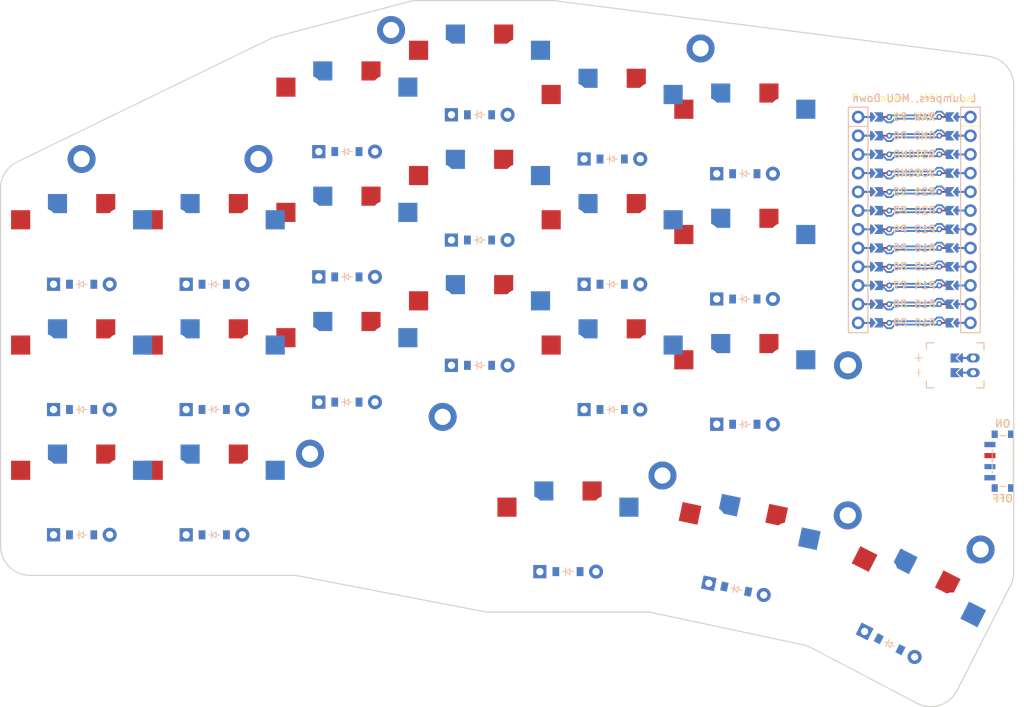
<source format=kicad_pcb>
(kicad_pcb (version 20240108) (generator "ergogen") (generator_version "4.1.0")
  (title_block (title "split-circuit") (date "2024-05-16") (rev "v1.0.0") (company "Unknown"))
  (layers (0 "F.Cu" signal) (31 "B.Cu" signal) (34 "B.Paste" user) (35 "F.Paste" user) (36 "B.SilkS" user "B.Silkscreen") (37 "F.SilkS" user "F.Silkscreen") (38 "B.Mask" user) (39 "F.Mask" user) (44 "Edge.Cuts" user))
  (net 0 "")
  (net 1 "P9")
  (net 2 "outer_bottom")
  (net 3 "outer_home")
  (net 4 "outer_top")
  (net 5 "P8")
  (net 6 "pinky_bottom")
  (net 7 "pinky_home")
  (net 8 "pinky_top")
  (net 9 "P7")
  (net 10 "ring_bottom")
  (net 11 "ring_home")
  (net 12 "ring_top")
  (net 13 "P6")
  (net 14 "middle_bottom")
  (net 15 "middle_home")
  (net 16 "middle_top")
  (net 17 "P5")
  (net 18 "index_bottom")
  (net 19 "index_home")
  (net 20 "index_top")
  (net 21 "P4")
  (net 22 "inner_bottom")
  (net 23 "inner_home")
  (net 24 "inner_top")
  (net 25 "near_thumb")
  (net 26 "home_thumb")
  (net 27 "far_thumb")
  (net 28 "P14")
  (net 29 "P16")
  (net 30 "P10")
  (net 31 "P15")
  (net 32 "RAW")
  (net 33 "GND")
  (net 34 "RST")
  (net 35 "VCC")
  (net 36 "P21")
  (net 37 "P20")
  (net 38 "P19")
  (net 39 "P18")
  (net 40 "P1")
  (net 41 "P0")
  (net 42 "P2")
  (net 43 "P3")
  (net 44 "P101")
  (net 45 "P102")
  (net 46 "P107")
  (net 47 "MCU1_24")
  (net 48 "MCU1_1")
  (net 49 "MCU1_23")
  (net 50 "MCU1_2")
  (net 51 "MCU1_22")
  (net 52 "MCU1_3")
  (net 53 "MCU1_21")
  (net 54 "MCU1_4")
  (net 55 "MCU1_20")
  (net 56 "MCU1_5")
  (net 57 "MCU1_19")
  (net 58 "MCU1_6")
  (net 59 "MCU1_18")
  (net 60 "MCU1_7")
  (net 61 "MCU1_17")
  (net 62 "MCU1_8")
  (net 63 "MCU1_16")
  (net 64 "MCU1_9")
  (net 65 "MCU1_15")
  (net 66 "MCU1_10")
  (net 67 "MCU1_14")
  (net 68 "MCU1_11")
  (net 69 "MCU1_13")
  (net 70 "MCU1_12")
  (net 71 "BAT_P")
  (net 72 "JST1_1")
  (net 73 "JST1_2")
  (module PG1350 (layer F.Cu) (at 150 150 0)
    (fp_text reference "S1" hide)
    (fp_text value "" hide)
    (pad "" np_thru_hole circle (at 0 0) (size 3.429 3.429) (drill 3.429) (layers *.Cu *.Mask))
    (pad "" np_thru_hole circle (at 5.5 0) (size 1.7018 1.7018) (drill 1.7018) (layers *.Cu *.Mask))
    (pad "" np_thru_hole circle (at -5.5 0) (size 1.7018 1.7018) (drill 1.7018) (layers *.Cu *.Mask))
    (pad "" np_thru_hole circle (at 5 -3.75) (size 3 3) (drill 3) (layers *.Cu *.Mask))
    (pad "" np_thru_hole circle (at 0 -5.95) (size 3 3) (drill 3) (layers *.Cu *.Mask))
    (pad 1 smd rect (at -3.275 -5.95 0) (size 2.6 2.6) (layers B.Cu B.Paste B.Mask) (net 1 "P9"))
    (pad 2 smd rect (at 8.275 -3.75 0) (size 2.6 2.6) (layers B.Cu B.Paste B.Mask) (net 2 "outer_bottom"))
    (pad "" np_thru_hole circle (at -5 -3.75) (size 3 3) (drill 3) (layers *.Cu *.Mask))
    (pad "" np_thru_hole circle (at 0 -5.95) (size 3 3) (drill 3) (layers *.Cu *.Mask))
    (pad 1 smd rect (at 3.275 -5.95 0) (size 2.6 2.6) (layers F.Cu F.Paste F.Mask) (net 1 "P9"))
    (pad 2 smd rect (at -8.275 -3.75 0) (size 2.6 2.6) (layers F.Cu F.Paste F.Mask) (net 2 "outer_bottom"))
  )
  (module PG1350 (layer F.Cu) (at 150 133 0)
    (fp_text reference "S2" hide)
    (fp_text value "" hide)
    (pad "" np_thru_hole circle (at 0 0) (size 3.429 3.429) (drill 3.429) (layers *.Cu *.Mask))
    (pad "" np_thru_hole circle (at 5.5 0) (size 1.7018 1.7018) (drill 1.7018) (layers *.Cu *.Mask))
    (pad "" np_thru_hole circle (at -5.5 0) (size 1.7018 1.7018) (drill 1.7018) (layers *.Cu *.Mask))
    (pad "" np_thru_hole circle (at 5 -3.75) (size 3 3) (drill 3) (layers *.Cu *.Mask))
    (pad "" np_thru_hole circle (at 0 -5.95) (size 3 3) (drill 3) (layers *.Cu *.Mask))
    (pad 1 smd rect (at -3.275 -5.95 0) (size 2.6 2.6) (layers B.Cu B.Paste B.Mask) (net 1 "P9"))
    (pad 2 smd rect (at 8.275 -3.75 0) (size 2.6 2.6) (layers B.Cu B.Paste B.Mask) (net 3 "outer_home"))
    (pad "" np_thru_hole circle (at -5 -3.75) (size 3 3) (drill 3) (layers *.Cu *.Mask))
    (pad "" np_thru_hole circle (at 0 -5.95) (size 3 3) (drill 3) (layers *.Cu *.Mask))
    (pad 1 smd rect (at 3.275 -5.95 0) (size 2.6 2.6) (layers F.Cu F.Paste F.Mask) (net 1 "P9"))
    (pad 2 smd rect (at -8.275 -3.75 0) (size 2.6 2.6) (layers F.Cu F.Paste F.Mask) (net 3 "outer_home"))
  )
  (module PG1350 (layer F.Cu) (at 150 116 0)
    (fp_text reference "S3" hide)
    (fp_text value "" hide)
    (pad "" np_thru_hole circle (at 0 0) (size 3.429 3.429) (drill 3.429) (layers *.Cu *.Mask))
    (pad "" np_thru_hole circle (at 5.5 0) (size 1.7018 1.7018) (drill 1.7018) (layers *.Cu *.Mask))
    (pad "" np_thru_hole circle (at -5.5 0) (size 1.7018 1.7018) (drill 1.7018) (layers *.Cu *.Mask))
    (pad "" np_thru_hole circle (at 5 -3.75) (size 3 3) (drill 3) (layers *.Cu *.Mask))
    (pad "" np_thru_hole circle (at 0 -5.95) (size 3 3) (drill 3) (layers *.Cu *.Mask))
    (pad 1 smd rect (at -3.275 -5.95 0) (size 2.6 2.6) (layers B.Cu B.Paste B.Mask) (net 1 "P9"))
    (pad 2 smd rect (at 8.275 -3.75 0) (size 2.6 2.6) (layers B.Cu B.Paste B.Mask) (net 4 "outer_top"))
    (pad "" np_thru_hole circle (at -5 -3.75) (size 3 3) (drill 3) (layers *.Cu *.Mask))
    (pad "" np_thru_hole circle (at 0 -5.95) (size 3 3) (drill 3) (layers *.Cu *.Mask))
    (pad 1 smd rect (at 3.275 -5.95 0) (size 2.6 2.6) (layers F.Cu F.Paste F.Mask) (net 1 "P9"))
    (pad 2 smd rect (at -8.275 -3.75 0) (size 2.6 2.6) (layers F.Cu F.Paste F.Mask) (net 4 "outer_top"))
  )
  (module PG1350 (layer F.Cu) (at 168 150 0)
    (fp_text reference "S4" hide)
    (fp_text value "" hide)
    (pad "" np_thru_hole circle (at 0 0) (size 3.429 3.429) (drill 3.429) (layers *.Cu *.Mask))
    (pad "" np_thru_hole circle (at 5.5 0) (size 1.7018 1.7018) (drill 1.7018) (layers *.Cu *.Mask))
    (pad "" np_thru_hole circle (at -5.5 0) (size 1.7018 1.7018) (drill 1.7018) (layers *.Cu *.Mask))
    (pad "" np_thru_hole circle (at 5 -3.75) (size 3 3) (drill 3) (layers *.Cu *.Mask))
    (pad "" np_thru_hole circle (at 0 -5.95) (size 3 3) (drill 3) (layers *.Cu *.Mask))
    (pad 1 smd rect (at -3.275 -5.95 0) (size 2.6 2.6) (layers B.Cu B.Paste B.Mask) (net 5 "P8"))
    (pad 2 smd rect (at 8.275 -3.75 0) (size 2.6 2.6) (layers B.Cu B.Paste B.Mask) (net 6 "pinky_bottom"))
    (pad "" np_thru_hole circle (at -5 -3.75) (size 3 3) (drill 3) (layers *.Cu *.Mask))
    (pad "" np_thru_hole circle (at 0 -5.95) (size 3 3) (drill 3) (layers *.Cu *.Mask))
    (pad 1 smd rect (at 3.275 -5.95 0) (size 2.6 2.6) (layers F.Cu F.Paste F.Mask) (net 5 "P8"))
    (pad 2 smd rect (at -8.275 -3.75 0) (size 2.6 2.6) (layers F.Cu F.Paste F.Mask) (net 6 "pinky_bottom"))
  )
  (module PG1350 (layer F.Cu) (at 168 133 0)
    (fp_text reference "S5" hide)
    (fp_text value "" hide)
    (pad "" np_thru_hole circle (at 0 0) (size 3.429 3.429) (drill 3.429) (layers *.Cu *.Mask))
    (pad "" np_thru_hole circle (at 5.5 0) (size 1.7018 1.7018) (drill 1.7018) (layers *.Cu *.Mask))
    (pad "" np_thru_hole circle (at -5.5 0) (size 1.7018 1.7018) (drill 1.7018) (layers *.Cu *.Mask))
    (pad "" np_thru_hole circle (at 5 -3.75) (size 3 3) (drill 3) (layers *.Cu *.Mask))
    (pad "" np_thru_hole circle (at 0 -5.95) (size 3 3) (drill 3) (layers *.Cu *.Mask))
    (pad 1 smd rect (at -3.275 -5.95 0) (size 2.6 2.6) (layers B.Cu B.Paste B.Mask) (net 5 "P8"))
    (pad 2 smd rect (at 8.275 -3.75 0) (size 2.6 2.6) (layers B.Cu B.Paste B.Mask) (net 7 "pinky_home"))
    (pad "" np_thru_hole circle (at -5 -3.75) (size 3 3) (drill 3) (layers *.Cu *.Mask))
    (pad "" np_thru_hole circle (at 0 -5.95) (size 3 3) (drill 3) (layers *.Cu *.Mask))
    (pad 1 smd rect (at 3.275 -5.95 0) (size 2.6 2.6) (layers F.Cu F.Paste F.Mask) (net 5 "P8"))
    (pad 2 smd rect (at -8.275 -3.75 0) (size 2.6 2.6) (layers F.Cu F.Paste F.Mask) (net 7 "pinky_home"))
  )
  (module PG1350 (layer F.Cu) (at 168 116 0)
    (fp_text reference "S6" hide)
    (fp_text value "" hide)
    (pad "" np_thru_hole circle (at 0 0) (size 3.429 3.429) (drill 3.429) (layers *.Cu *.Mask))
    (pad "" np_thru_hole circle (at 5.5 0) (size 1.7018 1.7018) (drill 1.7018) (layers *.Cu *.Mask))
    (pad "" np_thru_hole circle (at -5.5 0) (size 1.7018 1.7018) (drill 1.7018) (layers *.Cu *.Mask))
    (pad "" np_thru_hole circle (at 5 -3.75) (size 3 3) (drill 3) (layers *.Cu *.Mask))
    (pad "" np_thru_hole circle (at 0 -5.95) (size 3 3) (drill 3) (layers *.Cu *.Mask))
    (pad 1 smd rect (at -3.275 -5.95 0) (size 2.6 2.6) (layers B.Cu B.Paste B.Mask) (net 5 "P8"))
    (pad 2 smd rect (at 8.275 -3.75 0) (size 2.6 2.6) (layers B.Cu B.Paste B.Mask) (net 8 "pinky_top"))
    (pad "" np_thru_hole circle (at -5 -3.75) (size 3 3) (drill 3) (layers *.Cu *.Mask))
    (pad "" np_thru_hole circle (at 0 -5.95) (size 3 3) (drill 3) (layers *.Cu *.Mask))
    (pad 1 smd rect (at 3.275 -5.95 0) (size 2.6 2.6) (layers F.Cu F.Paste F.Mask) (net 5 "P8"))
    (pad 2 smd rect (at -8.275 -3.75 0) (size 2.6 2.6) (layers F.Cu F.Paste F.Mask) (net 8 "pinky_top"))
  )
  (module PG1350 (layer F.Cu) (at 186 132 0)
    (fp_text reference "S7" hide)
    (fp_text value "" hide)
    (pad "" np_thru_hole circle (at 0 0) (size 3.429 3.429) (drill 3.429) (layers *.Cu *.Mask))
    (pad "" np_thru_hole circle (at 5.5 0) (size 1.7018 1.7018) (drill 1.7018) (layers *.Cu *.Mask))
    (pad "" np_thru_hole circle (at -5.5 0) (size 1.7018 1.7018) (drill 1.7018) (layers *.Cu *.Mask))
    (pad "" np_thru_hole circle (at 5 -3.75) (size 3 3) (drill 3) (layers *.Cu *.Mask))
    (pad "" np_thru_hole circle (at 0 -5.95) (size 3 3) (drill 3) (layers *.Cu *.Mask))
    (pad 1 smd rect (at -3.275 -5.95 0) (size 2.6 2.6) (layers B.Cu B.Paste B.Mask) (net 9 "P7"))
    (pad 2 smd rect (at 8.275 -3.75 0) (size 2.6 2.6) (layers B.Cu B.Paste B.Mask) (net 10 "ring_bottom"))
    (pad "" np_thru_hole circle (at -5 -3.75) (size 3 3) (drill 3) (layers *.Cu *.Mask))
    (pad "" np_thru_hole circle (at 0 -5.95) (size 3 3) (drill 3) (layers *.Cu *.Mask))
    (pad 1 smd rect (at 3.275 -5.95 0) (size 2.6 2.6) (layers F.Cu F.Paste F.Mask) (net 9 "P7"))
    (pad 2 smd rect (at -8.275 -3.75 0) (size 2.6 2.6) (layers F.Cu F.Paste F.Mask) (net 10 "ring_bottom"))
  )
  (module PG1350 (layer F.Cu) (at 186 115 0)
    (fp_text reference "S8" hide)
    (fp_text value "" hide)
    (pad "" np_thru_hole circle (at 0 0) (size 3.429 3.429) (drill 3.429) (layers *.Cu *.Mask))
    (pad "" np_thru_hole circle (at 5.5 0) (size 1.7018 1.7018) (drill 1.7018) (layers *.Cu *.Mask))
    (pad "" np_thru_hole circle (at -5.5 0) (size 1.7018 1.7018) (drill 1.7018) (layers *.Cu *.Mask))
    (pad "" np_thru_hole circle (at 5 -3.75) (size 3 3) (drill 3) (layers *.Cu *.Mask))
    (pad "" np_thru_hole circle (at 0 -5.95) (size 3 3) (drill 3) (layers *.Cu *.Mask))
    (pad 1 smd rect (at -3.275 -5.95 0) (size 2.6 2.6) (layers B.Cu B.Paste B.Mask) (net 9 "P7"))
    (pad 2 smd rect (at 8.275 -3.75 0) (size 2.6 2.6) (layers B.Cu B.Paste B.Mask) (net 11 "ring_home"))
    (pad "" np_thru_hole circle (at -5 -3.75) (size 3 3) (drill 3) (layers *.Cu *.Mask))
    (pad "" np_thru_hole circle (at 0 -5.95) (size 3 3) (drill 3) (layers *.Cu *.Mask))
    (pad 1 smd rect (at 3.275 -5.95 0) (size 2.6 2.6) (layers F.Cu F.Paste F.Mask) (net 9 "P7"))
    (pad 2 smd rect (at -8.275 -3.75 0) (size 2.6 2.6) (layers F.Cu F.Paste F.Mask) (net 11 "ring_home"))
  )
  (module PG1350 (layer F.Cu) (at 186 98 0)
    (fp_text reference "S9" hide)
    (fp_text value "" hide)
    (pad "" np_thru_hole circle (at 0 0) (size 3.429 3.429) (drill 3.429) (layers *.Cu *.Mask))
    (pad "" np_thru_hole circle (at 5.5 0) (size 1.7018 1.7018) (drill 1.7018) (layers *.Cu *.Mask))
    (pad "" np_thru_hole circle (at -5.5 0) (size 1.7018 1.7018) (drill 1.7018) (layers *.Cu *.Mask))
    (pad "" np_thru_hole circle (at 5 -3.75) (size 3 3) (drill 3) (layers *.Cu *.Mask))
    (pad "" np_thru_hole circle (at 0 -5.95) (size 3 3) (drill 3) (layers *.Cu *.Mask))
    (pad 1 smd rect (at -3.275 -5.95 0) (size 2.6 2.6) (layers B.Cu B.Paste B.Mask) (net 9 "P7"))
    (pad 2 smd rect (at 8.275 -3.75 0) (size 2.6 2.6) (layers B.Cu B.Paste B.Mask) (net 12 "ring_top"))
    (pad "" np_thru_hole circle (at -5 -3.75) (size 3 3) (drill 3) (layers *.Cu *.Mask))
    (pad "" np_thru_hole circle (at 0 -5.95) (size 3 3) (drill 3) (layers *.Cu *.Mask))
    (pad 1 smd rect (at 3.275 -5.95 0) (size 2.6 2.6) (layers F.Cu F.Paste F.Mask) (net 9 "P7"))
    (pad 2 smd rect (at -8.275 -3.75 0) (size 2.6 2.6) (layers F.Cu F.Paste F.Mask) (net 12 "ring_top"))
  )
  (module PG1350 (layer F.Cu) (at 204 127 0)
    (fp_text reference "S10" hide)
    (fp_text value "" hide)
    (pad "" np_thru_hole circle (at 0 0) (size 3.429 3.429) (drill 3.429) (layers *.Cu *.Mask))
    (pad "" np_thru_hole circle (at 5.5 0) (size 1.7018 1.7018) (drill 1.7018) (layers *.Cu *.Mask))
    (pad "" np_thru_hole circle (at -5.5 0) (size 1.7018 1.7018) (drill 1.7018) (layers *.Cu *.Mask))
    (pad "" np_thru_hole circle (at 5 -3.75) (size 3 3) (drill 3) (layers *.Cu *.Mask))
    (pad "" np_thru_hole circle (at 0 -5.95) (size 3 3) (drill 3) (layers *.Cu *.Mask))
    (pad 1 smd rect (at -3.275 -5.95 0) (size 2.6 2.6) (layers B.Cu B.Paste B.Mask) (net 13 "P6"))
    (pad 2 smd rect (at 8.275 -3.75 0) (size 2.6 2.6) (layers B.Cu B.Paste B.Mask) (net 14 "middle_bottom"))
    (pad "" np_thru_hole circle (at -5 -3.75) (size 3 3) (drill 3) (layers *.Cu *.Mask))
    (pad "" np_thru_hole circle (at 0 -5.95) (size 3 3) (drill 3) (layers *.Cu *.Mask))
    (pad 1 smd rect (at 3.275 -5.95 0) (size 2.6 2.6) (layers F.Cu F.Paste F.Mask) (net 13 "P6"))
    (pad 2 smd rect (at -8.275 -3.75 0) (size 2.6 2.6) (layers F.Cu F.Paste F.Mask) (net 14 "middle_bottom"))
  )
  (module PG1350 (layer F.Cu) (at 204 110 0)
    (fp_text reference "S11" hide)
    (fp_text value "" hide)
    (pad "" np_thru_hole circle (at 0 0) (size 3.429 3.429) (drill 3.429) (layers *.Cu *.Mask))
    (pad "" np_thru_hole circle (at 5.5 0) (size 1.7018 1.7018) (drill 1.7018) (layers *.Cu *.Mask))
    (pad "" np_thru_hole circle (at -5.5 0) (size 1.7018 1.7018) (drill 1.7018) (layers *.Cu *.Mask))
    (pad "" np_thru_hole circle (at 5 -3.75) (size 3 3) (drill 3) (layers *.Cu *.Mask))
    (pad "" np_thru_hole circle (at 0 -5.95) (size 3 3) (drill 3) (layers *.Cu *.Mask))
    (pad 1 smd rect (at -3.275 -5.95 0) (size 2.6 2.6) (layers B.Cu B.Paste B.Mask) (net 13 "P6"))
    (pad 2 smd rect (at 8.275 -3.75 0) (size 2.6 2.6) (layers B.Cu B.Paste B.Mask) (net 15 "middle_home"))
    (pad "" np_thru_hole circle (at -5 -3.75) (size 3 3) (drill 3) (layers *.Cu *.Mask))
    (pad "" np_thru_hole circle (at 0 -5.95) (size 3 3) (drill 3) (layers *.Cu *.Mask))
    (pad 1 smd rect (at 3.275 -5.95 0) (size 2.6 2.6) (layers F.Cu F.Paste F.Mask) (net 13 "P6"))
    (pad 2 smd rect (at -8.275 -3.75 0) (size 2.6 2.6) (layers F.Cu F.Paste F.Mask) (net 15 "middle_home"))
  )
  (module PG1350 (layer F.Cu) (at 204 93 0)
    (fp_text reference "S12" hide)
    (fp_text value "" hide)
    (pad "" np_thru_hole circle (at 0 0) (size 3.429 3.429) (drill 3.429) (layers *.Cu *.Mask))
    (pad "" np_thru_hole circle (at 5.5 0) (size 1.7018 1.7018) (drill 1.7018) (layers *.Cu *.Mask))
    (pad "" np_thru_hole circle (at -5.5 0) (size 1.7018 1.7018) (drill 1.7018) (layers *.Cu *.Mask))
    (pad "" np_thru_hole circle (at 5 -3.75) (size 3 3) (drill 3) (layers *.Cu *.Mask))
    (pad "" np_thru_hole circle (at 0 -5.95) (size 3 3) (drill 3) (layers *.Cu *.Mask))
    (pad 1 smd rect (at -3.275 -5.95 0) (size 2.6 2.6) (layers B.Cu B.Paste B.Mask) (net 13 "P6"))
    (pad 2 smd rect (at 8.275 -3.75 0) (size 2.6 2.6) (layers B.Cu B.Paste B.Mask) (net 16 "middle_top"))
    (pad "" np_thru_hole circle (at -5 -3.75) (size 3 3) (drill 3) (layers *.Cu *.Mask))
    (pad "" np_thru_hole circle (at 0 -5.95) (size 3 3) (drill 3) (layers *.Cu *.Mask))
    (pad 1 smd rect (at 3.275 -5.95 0) (size 2.6 2.6) (layers F.Cu F.Paste F.Mask) (net 13 "P6"))
    (pad 2 smd rect (at -8.275 -3.75 0) (size 2.6 2.6) (layers F.Cu F.Paste F.Mask) (net 16 "middle_top"))
  )
  (module PG1350 (layer F.Cu) (at 222 133 0)
    (fp_text reference "S13" hide)
    (fp_text value "" hide)
    (pad "" np_thru_hole circle (at 0 0) (size 3.429 3.429) (drill 3.429) (layers *.Cu *.Mask))
    (pad "" np_thru_hole circle (at 5.5 0) (size 1.7018 1.7018) (drill 1.7018) (layers *.Cu *.Mask))
    (pad "" np_thru_hole circle (at -5.5 0) (size 1.7018 1.7018) (drill 1.7018) (layers *.Cu *.Mask))
    (pad "" np_thru_hole circle (at 5 -3.75) (size 3 3) (drill 3) (layers *.Cu *.Mask))
    (pad "" np_thru_hole circle (at 0 -5.95) (size 3 3) (drill 3) (layers *.Cu *.Mask))
    (pad 1 smd rect (at -3.275 -5.95 0) (size 2.6 2.6) (layers B.Cu B.Paste B.Mask) (net 17 "P5"))
    (pad 2 smd rect (at 8.275 -3.75 0) (size 2.6 2.6) (layers B.Cu B.Paste B.Mask) (net 18 "index_bottom"))
    (pad "" np_thru_hole circle (at -5 -3.75) (size 3 3) (drill 3) (layers *.Cu *.Mask))
    (pad "" np_thru_hole circle (at 0 -5.95) (size 3 3) (drill 3) (layers *.Cu *.Mask))
    (pad 1 smd rect (at 3.275 -5.95 0) (size 2.6 2.6) (layers F.Cu F.Paste F.Mask) (net 17 "P5"))
    (pad 2 smd rect (at -8.275 -3.75 0) (size 2.6 2.6) (layers F.Cu F.Paste F.Mask) (net 18 "index_bottom"))
  )
  (module PG1350 (layer F.Cu) (at 222 116 0)
    (fp_text reference "S14" hide)
    (fp_text value "" hide)
    (pad "" np_thru_hole circle (at 0 0) (size 3.429 3.429) (drill 3.429) (layers *.Cu *.Mask))
    (pad "" np_thru_hole circle (at 5.5 0) (size 1.7018 1.7018) (drill 1.7018) (layers *.Cu *.Mask))
    (pad "" np_thru_hole circle (at -5.5 0) (size 1.7018 1.7018) (drill 1.7018) (layers *.Cu *.Mask))
    (pad "" np_thru_hole circle (at 5 -3.75) (size 3 3) (drill 3) (layers *.Cu *.Mask))
    (pad "" np_thru_hole circle (at 0 -5.95) (size 3 3) (drill 3) (layers *.Cu *.Mask))
    (pad 1 smd rect (at -3.275 -5.95 0) (size 2.6 2.6) (layers B.Cu B.Paste B.Mask) (net 17 "P5"))
    (pad 2 smd rect (at 8.275 -3.75 0) (size 2.6 2.6) (layers B.Cu B.Paste B.Mask) (net 19 "index_home"))
    (pad "" np_thru_hole circle (at -5 -3.75) (size 3 3) (drill 3) (layers *.Cu *.Mask))
    (pad "" np_thru_hole circle (at 0 -5.95) (size 3 3) (drill 3) (layers *.Cu *.Mask))
    (pad 1 smd rect (at 3.275 -5.95 0) (size 2.6 2.6) (layers F.Cu F.Paste F.Mask) (net 17 "P5"))
    (pad 2 smd rect (at -8.275 -3.75 0) (size 2.6 2.6) (layers F.Cu F.Paste F.Mask) (net 19 "index_home"))
  )
  (module PG1350 (layer F.Cu) (at 222 99 0)
    (fp_text reference "S15" hide)
    (fp_text value "" hide)
    (pad "" np_thru_hole circle (at 0 0) (size 3.429 3.429) (drill 3.429) (layers *.Cu *.Mask))
    (pad "" np_thru_hole circle (at 5.5 0) (size 1.7018 1.7018) (drill 1.7018) (layers *.Cu *.Mask))
    (pad "" np_thru_hole circle (at -5.5 0) (size 1.7018 1.7018) (drill 1.7018) (layers *.Cu *.Mask))
    (pad "" np_thru_hole circle (at 5 -3.75) (size 3 3) (drill 3) (layers *.Cu *.Mask))
    (pad "" np_thru_hole circle (at 0 -5.95) (size 3 3) (drill 3) (layers *.Cu *.Mask))
    (pad 1 smd rect (at -3.275 -5.95 0) (size 2.6 2.6) (layers B.Cu B.Paste B.Mask) (net 17 "P5"))
    (pad 2 smd rect (at 8.275 -3.75 0) (size 2.6 2.6) (layers B.Cu B.Paste B.Mask) (net 20 "index_top"))
    (pad "" np_thru_hole circle (at -5 -3.75) (size 3 3) (drill 3) (layers *.Cu *.Mask))
    (pad "" np_thru_hole circle (at 0 -5.95) (size 3 3) (drill 3) (layers *.Cu *.Mask))
    (pad 1 smd rect (at 3.275 -5.95 0) (size 2.6 2.6) (layers F.Cu F.Paste F.Mask) (net 17 "P5"))
    (pad 2 smd rect (at -8.275 -3.75 0) (size 2.6 2.6) (layers F.Cu F.Paste F.Mask) (net 20 "index_top"))
  )
  (module PG1350 (layer F.Cu) (at 240 135 0)
    (fp_text reference "S16" hide)
    (fp_text value "" hide)
    (pad "" np_thru_hole circle (at 0 0) (size 3.429 3.429) (drill 3.429) (layers *.Cu *.Mask))
    (pad "" np_thru_hole circle (at 5.5 0) (size 1.7018 1.7018) (drill 1.7018) (layers *.Cu *.Mask))
    (pad "" np_thru_hole circle (at -5.5 0) (size 1.7018 1.7018) (drill 1.7018) (layers *.Cu *.Mask))
    (pad "" np_thru_hole circle (at 5 -3.75) (size 3 3) (drill 3) (layers *.Cu *.Mask))
    (pad "" np_thru_hole circle (at 0 -5.95) (size 3 3) (drill 3) (layers *.Cu *.Mask))
    (pad 1 smd rect (at -3.275 -5.95 0) (size 2.6 2.6) (layers B.Cu B.Paste B.Mask) (net 21 "P4"))
    (pad 2 smd rect (at 8.275 -3.75 0) (size 2.6 2.6) (layers B.Cu B.Paste B.Mask) (net 22 "inner_bottom"))
    (pad "" np_thru_hole circle (at -5 -3.75) (size 3 3) (drill 3) (layers *.Cu *.Mask))
    (pad "" np_thru_hole circle (at 0 -5.95) (size 3 3) (drill 3) (layers *.Cu *.Mask))
    (pad 1 smd rect (at 3.275 -5.95 0) (size 2.6 2.6) (layers F.Cu F.Paste F.Mask) (net 21 "P4"))
    (pad 2 smd rect (at -8.275 -3.75 0) (size 2.6 2.6) (layers F.Cu F.Paste F.Mask) (net 22 "inner_bottom"))
  )
  (module PG1350 (layer F.Cu) (at 240 118 0)
    (fp_text reference "S17" hide)
    (fp_text value "" hide)
    (pad "" np_thru_hole circle (at 0 0) (size 3.429 3.429) (drill 3.429) (layers *.Cu *.Mask))
    (pad "" np_thru_hole circle (at 5.5 0) (size 1.7018 1.7018) (drill 1.7018) (layers *.Cu *.Mask))
    (pad "" np_thru_hole circle (at -5.5 0) (size 1.7018 1.7018) (drill 1.7018) (layers *.Cu *.Mask))
    (pad "" np_thru_hole circle (at 5 -3.75) (size 3 3) (drill 3) (layers *.Cu *.Mask))
    (pad "" np_thru_hole circle (at 0 -5.95) (size 3 3) (drill 3) (layers *.Cu *.Mask))
    (pad 1 smd rect (at -3.275 -5.95 0) (size 2.6 2.6) (layers B.Cu B.Paste B.Mask) (net 21 "P4"))
    (pad 2 smd rect (at 8.275 -3.75 0) (size 2.6 2.6) (layers B.Cu B.Paste B.Mask) (net 23 "inner_home"))
    (pad "" np_thru_hole circle (at -5 -3.75) (size 3 3) (drill 3) (layers *.Cu *.Mask))
    (pad "" np_thru_hole circle (at 0 -5.95) (size 3 3) (drill 3) (layers *.Cu *.Mask))
    (pad 1 smd rect (at 3.275 -5.95 0) (size 2.6 2.6) (layers F.Cu F.Paste F.Mask) (net 21 "P4"))
    (pad 2 smd rect (at -8.275 -3.75 0) (size 2.6 2.6) (layers F.Cu F.Paste F.Mask) (net 23 "inner_home"))
  )
  (module PG1350 (layer F.Cu) (at 240 101 0)
    (fp_text reference "S18" hide)
    (fp_text value "" hide)
    (pad "" np_thru_hole circle (at 0 0) (size 3.429 3.429) (drill 3.429) (layers *.Cu *.Mask))
    (pad "" np_thru_hole circle (at 5.5 0) (size 1.7018 1.7018) (drill 1.7018) (layers *.Cu *.Mask))
    (pad "" np_thru_hole circle (at -5.5 0) (size 1.7018 1.7018) (drill 1.7018) (layers *.Cu *.Mask))
    (pad "" np_thru_hole circle (at 5 -3.75) (size 3 3) (drill 3) (layers *.Cu *.Mask))
    (pad "" np_thru_hole circle (at 0 -5.95) (size 3 3) (drill 3) (layers *.Cu *.Mask))
    (pad 1 smd rect (at -3.275 -5.95 0) (size 2.6 2.6) (layers B.Cu B.Paste B.Mask) (net 21 "P4"))
    (pad 2 smd rect (at 8.275 -3.75 0) (size 2.6 2.6) (layers B.Cu B.Paste B.Mask) (net 24 "inner_top"))
    (pad "" np_thru_hole circle (at -5 -3.75) (size 3 3) (drill 3) (layers *.Cu *.Mask))
    (pad "" np_thru_hole circle (at 0 -5.95) (size 3 3) (drill 3) (layers *.Cu *.Mask))
    (pad 1 smd rect (at 3.275 -5.95 0) (size 2.6 2.6) (layers F.Cu F.Paste F.Mask) (net 21 "P4"))
    (pad 2 smd rect (at -8.275 -3.75 0) (size 2.6 2.6) (layers F.Cu F.Paste F.Mask) (net 24 "inner_top"))
  )
  (module PG1350 (layer F.Cu) (at 216 155 0)
    (fp_text reference "S19" hide)
    (fp_text value "" hide)
    (pad "" np_thru_hole circle (at 0 0) (size 3.429 3.429) (drill 3.429) (layers *.Cu *.Mask))
    (pad "" np_thru_hole circle (at 5.5 0) (size 1.7018 1.7018) (drill 1.7018) (layers *.Cu *.Mask))
    (pad "" np_thru_hole circle (at -5.5 0) (size 1.7018 1.7018) (drill 1.7018) (layers *.Cu *.Mask))
    (pad "" np_thru_hole circle (at 5 -3.75) (size 3 3) (drill 3) (layers *.Cu *.Mask))
    (pad "" np_thru_hole circle (at 0 -5.95) (size 3 3) (drill 3) (layers *.Cu *.Mask))
    (pad 1 smd rect (at -3.275 -5.95 0) (size 2.6 2.6) (layers B.Cu B.Paste B.Mask) (net 13 "P6"))
    (pad 2 smd rect (at 8.275 -3.75 0) (size 2.6 2.6) (layers B.Cu B.Paste B.Mask) (net 25 "near_thumb"))
    (pad "" np_thru_hole circle (at -5 -3.75) (size 3 3) (drill 3) (layers *.Cu *.Mask))
    (pad "" np_thru_hole circle (at 0 -5.95) (size 3 3) (drill 3) (layers *.Cu *.Mask))
    (pad 1 smd rect (at 3.275 -5.95 0) (size 2.6 2.6) (layers F.Cu F.Paste F.Mask) (net 13 "P6"))
    (pad 2 smd rect (at -8.275 -3.75 0) (size 2.6 2.6) (layers F.Cu F.Paste F.Mask) (net 25 "near_thumb"))
  )
  (module PG1350 (layer F.Cu) (at 239.8808288 157.4837002 -12)
    (fp_text reference "S20" hide)
    (fp_text value "" hide)
    (pad "" np_thru_hole circle (at 0 0) (size 3.429 3.429) (drill 3.429) (layers *.Cu *.Mask))
    (pad "" np_thru_hole circle (at 5.5 0) (size 1.7018 1.7018) (drill 1.7018) (layers *.Cu *.Mask))
    (pad "" np_thru_hole circle (at -5.5 0) (size 1.7018 1.7018) (drill 1.7018) (layers *.Cu *.Mask))
    (pad "" np_thru_hole circle (at 5 -3.75) (size 3 3) (drill 3) (layers *.Cu *.Mask))
    (pad "" np_thru_hole circle (at 0 -5.95) (size 3 3) (drill 3) (layers *.Cu *.Mask))
    (pad 1 smd rect (at -3.275 -5.95 -12) (size 2.6 2.6) (layers B.Cu B.Paste B.Mask) (net 17 "P5"))
    (pad 2 smd rect (at 8.275 -3.75 -12) (size 2.6 2.6) (layers B.Cu B.Paste B.Mask) (net 26 "home_thumb"))
    (pad "" np_thru_hole circle (at -5 -3.75) (size 3 3) (drill 3) (layers *.Cu *.Mask))
    (pad "" np_thru_hole circle (at 0 -5.95) (size 3 3) (drill 3) (layers *.Cu *.Mask))
    (pad 1 smd rect (at 3.275 -5.95 -12) (size 2.6 2.6) (layers F.Cu F.Paste F.Mask) (net 17 "P5"))
    (pad 2 smd rect (at -8.275 -3.75 -12) (size 2.6 2.6) (layers F.Cu F.Paste F.Mask) (net 26 "home_thumb"))
  )
  (module PG1350 (layer F.Cu) (at 261.92262270000003 165.3929602 -27)
    (fp_text reference "S21" hide)
    (fp_text value "" hide)
    (pad "" np_thru_hole circle (at 0 0) (size 3.429 3.429) (drill 3.429) (layers *.Cu *.Mask))
    (pad "" np_thru_hole circle (at 5.5 0) (size 1.7018 1.7018) (drill 1.7018) (layers *.Cu *.Mask))
    (pad "" np_thru_hole circle (at -5.5 0) (size 1.7018 1.7018) (drill 1.7018) (layers *.Cu *.Mask))
    (pad "" np_thru_hole circle (at 5 -3.75) (size 3 3) (drill 3) (layers *.Cu *.Mask))
    (pad "" np_thru_hole circle (at 0 -5.95) (size 3 3) (drill 3) (layers *.Cu *.Mask))
    (pad 1 smd rect (at -3.275 -5.95 -27) (size 2.6 2.6) (layers B.Cu B.Paste B.Mask) (net 21 "P4"))
    (pad 2 smd rect (at 8.275 -3.75 -27) (size 2.6 2.6) (layers B.Cu B.Paste B.Mask) (net 27 "far_thumb"))
    (pad "" np_thru_hole circle (at -5 -3.75) (size 3 3) (drill 3) (layers *.Cu *.Mask))
    (pad "" np_thru_hole circle (at 0 -5.95) (size 3 3) (drill 3) (layers *.Cu *.Mask))
    (pad 1 smd rect (at 3.275 -5.95 -27) (size 2.6 2.6) (layers F.Cu F.Paste F.Mask) (net 21 "P4"))
    (pad 2 smd rect (at -8.275 -3.75 -27) (size 2.6 2.6) (layers F.Cu F.Paste F.Mask) (net 27 "far_thumb"))
  )
  (module ComboDiode (layer F.Cu) (at 150 155 0)
    (fp_text reference "D1" hide)
    (fp_text value "" hide)
    (pad 1 smd rect (at -1.65 0 0) (size 0.9 1.2) (layers F.Cu F.Paste F.Mask) (net 28 "P14"))
    (pad 2 smd rect (at 1.65 0 0) (size 0.9 1.2) (layers B.Cu B.Paste B.Mask) (net 2 "outer_bottom"))
    (pad 1 smd rect (at -1.65 0 0) (size 0.9 1.2) (layers B.Cu B.Paste B.Mask) (net 28 "P14"))
    (pad 2 smd rect (at 1.65 0 0) (size 0.9 1.2) (layers F.Cu F.Paste F.Mask) (net 2 "outer_bottom"))
    (pad 1 thru_hole rect (at -3.81 0 0) (size 1.778 1.778) (drill 0.9906) (layers *.Cu *.Mask) (net 28 "P14"))
    (pad 2 thru_hole circle (at 3.81 0 0) (size 1.905 1.905) (drill 0.9906) (layers *.Cu *.Mask) (net 2 "outer_bottom"))
  )
  (module ComboDiode (layer F.Cu) (at 150 138 0)
    (fp_text reference "D2" hide)
    (fp_text value "" hide)
    (pad 1 smd rect (at -1.65 0 0) (size 0.9 1.2) (layers F.Cu F.Paste F.Mask) (net 29 "P16"))
    (pad 2 smd rect (at 1.65 0 0) (size 0.9 1.2) (layers B.Cu B.Paste B.Mask) (net 3 "outer_home"))
    (pad 1 smd rect (at -1.65 0 0) (size 0.9 1.2) (layers B.Cu B.Paste B.Mask) (net 29 "P16"))
    (pad 2 smd rect (at 1.65 0 0) (size 0.9 1.2) (layers F.Cu F.Paste F.Mask) (net 3 "outer_home"))
    (pad 1 thru_hole rect (at -3.81 0 0) (size 1.778 1.778) (drill 0.9906) (layers *.Cu *.Mask) (net 29 "P16"))
    (pad 2 thru_hole circle (at 3.81 0 0) (size 1.905 1.905) (drill 0.9906) (layers *.Cu *.Mask) (net 3 "outer_home"))
  )
  (module ComboDiode (layer F.Cu) (at 150 121 0)
    (fp_text reference "D3" hide)
    (fp_text value "" hide)
    (pad 1 smd rect (at -1.65 0 0) (size 0.9 1.2) (layers F.Cu F.Paste F.Mask) (net 30 "P10"))
    (pad 2 smd rect (at 1.65 0 0) (size 0.9 1.2) (layers B.Cu B.Paste B.Mask) (net 4 "outer_top"))
    (pad 1 smd rect (at -1.65 0 0) (size 0.9 1.2) (layers B.Cu B.Paste B.Mask) (net 30 "P10"))
    (pad 2 smd rect (at 1.65 0 0) (size 0.9 1.2) (layers F.Cu F.Paste F.Mask) (net 4 "outer_top"))
    (pad 1 thru_hole rect (at -3.81 0 0) (size 1.778 1.778) (drill 0.9906) (layers *.Cu *.Mask) (net 30 "P10"))
    (pad 2 thru_hole circle (at 3.81 0 0) (size 1.905 1.905) (drill 0.9906) (layers *.Cu *.Mask) (net 4 "outer_top"))
  )
  (module ComboDiode (layer F.Cu) (at 168 155 0)
    (fp_text reference "D4" hide)
    (fp_text value "" hide)
    (pad 1 smd rect (at -1.65 0 0) (size 0.9 1.2) (layers F.Cu F.Paste F.Mask) (net 28 "P14"))
    (pad 2 smd rect (at 1.65 0 0) (size 0.9 1.2) (layers B.Cu B.Paste B.Mask) (net 6 "pinky_bottom"))
    (pad 1 smd rect (at -1.65 0 0) (size 0.9 1.2) (layers B.Cu B.Paste B.Mask) (net 28 "P14"))
    (pad 2 smd rect (at 1.65 0 0) (size 0.9 1.2) (layers F.Cu F.Paste F.Mask) (net 6 "pinky_bottom"))
    (pad 1 thru_hole rect (at -3.81 0 0) (size 1.778 1.778) (drill 0.9906) (layers *.Cu *.Mask) (net 28 "P14"))
    (pad 2 thru_hole circle (at 3.81 0 0) (size 1.905 1.905) (drill 0.9906) (layers *.Cu *.Mask) (net 6 "pinky_bottom"))
  )
  (module ComboDiode (layer F.Cu) (at 168 138 0)
    (fp_text reference "D5" hide)
    (fp_text value "" hide)
    (pad 1 smd rect (at -1.65 0 0) (size 0.9 1.2) (layers F.Cu F.Paste F.Mask) (net 29 "P16"))
    (pad 2 smd rect (at 1.65 0 0) (size 0.9 1.2) (layers B.Cu B.Paste B.Mask) (net 7 "pinky_home"))
    (pad 1 smd rect (at -1.65 0 0) (size 0.9 1.2) (layers B.Cu B.Paste B.Mask) (net 29 "P16"))
    (pad 2 smd rect (at 1.65 0 0) (size 0.9 1.2) (layers F.Cu F.Paste F.Mask) (net 7 "pinky_home"))
    (pad 1 thru_hole rect (at -3.81 0 0) (size 1.778 1.778) (drill 0.9906) (layers *.Cu *.Mask) (net 29 "P16"))
    (pad 2 thru_hole circle (at 3.81 0 0) (size 1.905 1.905) (drill 0.9906) (layers *.Cu *.Mask) (net 7 "pinky_home"))
  )
  (module ComboDiode (layer F.Cu) (at 168 121 0)
    (fp_text reference "D6" hide)
    (fp_text value "" hide)
    (pad 1 smd rect (at -1.65 0 0) (size 0.9 1.2) (layers F.Cu F.Paste F.Mask) (net 30 "P10"))
    (pad 2 smd rect (at 1.65 0 0) (size 0.9 1.2) (layers B.Cu B.Paste B.Mask) (net 8 "pinky_top"))
    (pad 1 smd rect (at -1.65 0 0) (size 0.9 1.2) (layers B.Cu B.Paste B.Mask) (net 30 "P10"))
    (pad 2 smd rect (at 1.65 0 0) (size 0.9 1.2) (layers F.Cu F.Paste F.Mask) (net 8 "pinky_top"))
    (pad 1 thru_hole rect (at -3.81 0 0) (size 1.778 1.778) (drill 0.9906) (layers *.Cu *.Mask) (net 30 "P10"))
    (pad 2 thru_hole circle (at 3.81 0 0) (size 1.905 1.905) (drill 0.9906) (layers *.Cu *.Mask) (net 8 "pinky_top"))
  )
  (module ComboDiode (layer F.Cu) (at 186 137 0)
    (fp_text reference "D7" hide)
    (fp_text value "" hide)
    (pad 1 smd rect (at -1.65 0 0) (size 0.9 1.2) (layers F.Cu F.Paste F.Mask) (net 28 "P14"))
    (pad 2 smd rect (at 1.65 0 0) (size 0.9 1.2) (layers B.Cu B.Paste B.Mask) (net 10 "ring_bottom"))
    (pad 1 smd rect (at -1.65 0 0) (size 0.9 1.2) (layers B.Cu B.Paste B.Mask) (net 28 "P14"))
    (pad 2 smd rect (at 1.65 0 0) (size 0.9 1.2) (layers F.Cu F.Paste F.Mask) (net 10 "ring_bottom"))
    (pad 1 thru_hole rect (at -3.81 0 0) (size 1.778 1.778) (drill 0.9906) (layers *.Cu *.Mask) (net 28 "P14"))
    (pad 2 thru_hole circle (at 3.81 0 0) (size 1.905 1.905) (drill 0.9906) (layers *.Cu *.Mask) (net 10 "ring_bottom"))
  )
  (module ComboDiode (layer F.Cu) (at 186 120 0)
    (fp_text reference "D8" hide)
    (fp_text value "" hide)
    (pad 1 smd rect (at -1.65 0 0) (size 0.9 1.2) (layers F.Cu F.Paste F.Mask) (net 29 "P16"))
    (pad 2 smd rect (at 1.65 0 0) (size 0.9 1.2) (layers B.Cu B.Paste B.Mask) (net 11 "ring_home"))
    (pad 1 smd rect (at -1.65 0 0) (size 0.9 1.2) (layers B.Cu B.Paste B.Mask) (net 29 "P16"))
    (pad 2 smd rect (at 1.65 0 0) (size 0.9 1.2) (layers F.Cu F.Paste F.Mask) (net 11 "ring_home"))
    (pad 1 thru_hole rect (at -3.81 0 0) (size 1.778 1.778) (drill 0.9906) (layers *.Cu *.Mask) (net 29 "P16"))
    (pad 2 thru_hole circle (at 3.81 0 0) (size 1.905 1.905) (drill 0.9906) (layers *.Cu *.Mask) (net 11 "ring_home"))
  )
  (module ComboDiode (layer F.Cu) (at 186 103 0)
    (fp_text reference "D9" hide)
    (fp_text value "" hide)
    (pad 1 smd rect (at -1.65 0 0) (size 0.9 1.2) (layers F.Cu F.Paste F.Mask) (net 30 "P10"))
    (pad 2 smd rect (at 1.65 0 0) (size 0.9 1.2) (layers B.Cu B.Paste B.Mask) (net 12 "ring_top"))
    (pad 1 smd rect (at -1.65 0 0) (size 0.9 1.2) (layers B.Cu B.Paste B.Mask) (net 30 "P10"))
    (pad 2 smd rect (at 1.65 0 0) (size 0.9 1.2) (layers F.Cu F.Paste F.Mask) (net 12 "ring_top"))
    (pad 1 thru_hole rect (at -3.81 0 0) (size 1.778 1.778) (drill 0.9906) (layers *.Cu *.Mask) (net 30 "P10"))
    (pad 2 thru_hole circle (at 3.81 0 0) (size 1.905 1.905) (drill 0.9906) (layers *.Cu *.Mask) (net 12 "ring_top"))
  )
  (module ComboDiode (layer F.Cu) (at 204 132 0)
    (fp_text reference "D10" hide)
    (fp_text value "" hide)
    (pad 1 smd rect (at -1.65 0 0) (size 0.9 1.2) (layers F.Cu F.Paste F.Mask) (net 28 "P14"))
    (pad 2 smd rect (at 1.65 0 0) (size 0.9 1.2) (layers B.Cu B.Paste B.Mask) (net 14 "middle_bottom"))
    (pad 1 smd rect (at -1.65 0 0) (size 0.9 1.2) (layers B.Cu B.Paste B.Mask) (net 28 "P14"))
    (pad 2 smd rect (at 1.65 0 0) (size 0.9 1.2) (layers F.Cu F.Paste F.Mask) (net 14 "middle_bottom"))
    (pad 1 thru_hole rect (at -3.81 0 0) (size 1.778 1.778) (drill 0.9906) (layers *.Cu *.Mask) (net 28 "P14"))
    (pad 2 thru_hole circle (at 3.81 0 0) (size 1.905 1.905) (drill 0.9906) (layers *.Cu *.Mask) (net 14 "middle_bottom"))
  )
  (module ComboDiode (layer F.Cu) (at 204 115 0)
    (fp_text reference "D11" hide)
    (fp_text value "" hide)
    (pad 1 smd rect (at -1.65 0 0) (size 0.9 1.2) (layers F.Cu F.Paste F.Mask) (net 29 "P16"))
    (pad 2 smd rect (at 1.65 0 0) (size 0.9 1.2) (layers B.Cu B.Paste B.Mask) (net 15 "middle_home"))
    (pad 1 smd rect (at -1.65 0 0) (size 0.9 1.2) (layers B.Cu B.Paste B.Mask) (net 29 "P16"))
    (pad 2 smd rect (at 1.65 0 0) (size 0.9 1.2) (layers F.Cu F.Paste F.Mask) (net 15 "middle_home"))
    (pad 1 thru_hole rect (at -3.81 0 0) (size 1.778 1.778) (drill 0.9906) (layers *.Cu *.Mask) (net 29 "P16"))
    (pad 2 thru_hole circle (at 3.81 0 0) (size 1.905 1.905) (drill 0.9906) (layers *.Cu *.Mask) (net 15 "middle_home"))
  )
  (module ComboDiode (layer F.Cu) (at 204 98 0)
    (fp_text reference "D12" hide)
    (fp_text value "" hide)
    (pad 1 smd rect (at -1.65 0 0) (size 0.9 1.2) (layers F.Cu F.Paste F.Mask) (net 30 "P10"))
    (pad 2 smd rect (at 1.65 0 0) (size 0.9 1.2) (layers B.Cu B.Paste B.Mask) (net 16 "middle_top"))
    (pad 1 smd rect (at -1.65 0 0) (size 0.9 1.2) (layers B.Cu B.Paste B.Mask) (net 30 "P10"))
    (pad 2 smd rect (at 1.65 0 0) (size 0.9 1.2) (layers F.Cu F.Paste F.Mask) (net 16 "middle_top"))
    (pad 1 thru_hole rect (at -3.81 0 0) (size 1.778 1.778) (drill 0.9906) (layers *.Cu *.Mask) (net 30 "P10"))
    (pad 2 thru_hole circle (at 3.81 0 0) (size 1.905 1.905) (drill 0.9906) (layers *.Cu *.Mask) (net 16 "middle_top"))
  )
  (module ComboDiode (layer F.Cu) (at 222 138 0)
    (fp_text reference "D13" hide)
    (fp_text value "" hide)
    (pad 1 smd rect (at -1.65 0 0) (size 0.9 1.2) (layers F.Cu F.Paste F.Mask) (net 28 "P14"))
    (pad 2 smd rect (at 1.65 0 0) (size 0.9 1.2) (layers B.Cu B.Paste B.Mask) (net 18 "index_bottom"))
    (pad 1 smd rect (at -1.65 0 0) (size 0.9 1.2) (layers B.Cu B.Paste B.Mask) (net 28 "P14"))
    (pad 2 smd rect (at 1.65 0 0) (size 0.9 1.2) (layers F.Cu F.Paste F.Mask) (net 18 "index_bottom"))
    (pad 1 thru_hole rect (at -3.81 0 0) (size 1.778 1.778) (drill 0.9906) (layers *.Cu *.Mask) (net 28 "P14"))
    (pad 2 thru_hole circle (at 3.81 0 0) (size 1.905 1.905) (drill 0.9906) (layers *.Cu *.Mask) (net 18 "index_bottom"))
  )
  (module ComboDiode (layer F.Cu) (at 222 121 0)
    (fp_text reference "D14" hide)
    (fp_text value "" hide)
    (pad 1 smd rect (at -1.65 0 0) (size 0.9 1.2) (layers F.Cu F.Paste F.Mask) (net 29 "P16"))
    (pad 2 smd rect (at 1.65 0 0) (size 0.9 1.2) (layers B.Cu B.Paste B.Mask) (net 19 "index_home"))
    (pad 1 smd rect (at -1.65 0 0) (size 0.9 1.2) (layers B.Cu B.Paste B.Mask) (net 29 "P16"))
    (pad 2 smd rect (at 1.65 0 0) (size 0.9 1.2) (layers F.Cu F.Paste F.Mask) (net 19 "index_home"))
    (pad 1 thru_hole rect (at -3.81 0 0) (size 1.778 1.778) (drill 0.9906) (layers *.Cu *.Mask) (net 29 "P16"))
    (pad 2 thru_hole circle (at 3.81 0 0) (size 1.905 1.905) (drill 0.9906) (layers *.Cu *.Mask) (net 19 "index_home"))
  )
  (module ComboDiode (layer F.Cu) (at 222 104 0)
    (fp_text reference "D15" hide)
    (fp_text value "" hide)
    (pad 1 smd rect (at -1.65 0 0) (size 0.9 1.2) (layers F.Cu F.Paste F.Mask) (net 30 "P10"))
    (pad 2 smd rect (at 1.65 0 0) (size 0.9 1.2) (layers B.Cu B.Paste B.Mask) (net 20 "index_top"))
    (pad 1 smd rect (at -1.65 0 0) (size 0.9 1.2) (layers B.Cu B.Paste B.Mask) (net 30 "P10"))
    (pad 2 smd rect (at 1.65 0 0) (size 0.9 1.2) (layers F.Cu F.Paste F.Mask) (net 20 "index_top"))
    (pad 1 thru_hole rect (at -3.81 0 0) (size 1.778 1.778) (drill 0.9906) (layers *.Cu *.Mask) (net 30 "P10"))
    (pad 2 thru_hole circle (at 3.81 0 0) (size 1.905 1.905) (drill 0.9906) (layers *.Cu *.Mask) (net 20 "index_top"))
  )
  (module ComboDiode (layer F.Cu) (at 240 140 0)
    (fp_text reference "D16" hide)
    (fp_text value "" hide)
    (pad 1 smd rect (at -1.65 0 0) (size 0.9 1.2) (layers F.Cu F.Paste F.Mask) (net 28 "P14"))
    (pad 2 smd rect (at 1.65 0 0) (size 0.9 1.2) (layers B.Cu B.Paste B.Mask) (net 22 "inner_bottom"))
    (pad 1 smd rect (at -1.65 0 0) (size 0.9 1.2) (layers B.Cu B.Paste B.Mask) (net 28 "P14"))
    (pad 2 smd rect (at 1.65 0 0) (size 0.9 1.2) (layers F.Cu F.Paste F.Mask) (net 22 "inner_bottom"))
    (pad 1 thru_hole rect (at -3.81 0 0) (size 1.778 1.778) (drill 0.9906) (layers *.Cu *.Mask) (net 28 "P14"))
    (pad 2 thru_hole circle (at 3.81 0 0) (size 1.905 1.905) (drill 0.9906) (layers *.Cu *.Mask) (net 22 "inner_bottom"))
  )
  (module ComboDiode (layer F.Cu) (at 240 123 0)
    (fp_text reference "D17" hide)
    (fp_text value "" hide)
    (pad 1 smd rect (at -1.65 0 0) (size 0.9 1.2) (layers F.Cu F.Paste F.Mask) (net 29 "P16"))
    (pad 2 smd rect (at 1.65 0 0) (size 0.9 1.2) (layers B.Cu B.Paste B.Mask) (net 23 "inner_home"))
    (pad 1 smd rect (at -1.65 0 0) (size 0.9 1.2) (layers B.Cu B.Paste B.Mask) (net 29 "P16"))
    (pad 2 smd rect (at 1.65 0 0) (size 0.9 1.2) (layers F.Cu F.Paste F.Mask) (net 23 "inner_home"))
    (pad 1 thru_hole rect (at -3.81 0 0) (size 1.778 1.778) (drill 0.9906) (layers *.Cu *.Mask) (net 29 "P16"))
    (pad 2 thru_hole circle (at 3.81 0 0) (size 1.905 1.905) (drill 0.9906) (layers *.Cu *.Mask) (net 23 "inner_home"))
  )
  (module ComboDiode (layer F.Cu) (at 240 106 0)
    (fp_text reference "D18" hide)
    (fp_text value "" hide)
    (pad 1 smd rect (at -1.65 0 0) (size 0.9 1.2) (layers F.Cu F.Paste F.Mask) (net 30 "P10"))
    (pad 2 smd rect (at 1.65 0 0) (size 0.9 1.2) (layers B.Cu B.Paste B.Mask) (net 24 "inner_top"))
    (pad 1 smd rect (at -1.65 0 0) (size 0.9 1.2) (layers B.Cu B.Paste B.Mask) (net 30 "P10"))
    (pad 2 smd rect (at 1.65 0 0) (size 0.9 1.2) (layers F.Cu F.Paste F.Mask) (net 24 "inner_top"))
    (pad 1 thru_hole rect (at -3.81 0 0) (size 1.778 1.778) (drill 0.9906) (layers *.Cu *.Mask) (net 30 "P10"))
    (pad 2 thru_hole circle (at 3.81 0 0) (size 1.905 1.905) (drill 0.9906) (layers *.Cu *.Mask) (net 24 "inner_top"))
  )
  (module ComboDiode (layer F.Cu) (at 216 160 0)
    (fp_text reference "D19" hide)
    (fp_text value "" hide)
    (pad 1 smd rect (at -1.65 0 0) (size 0.9 1.2) (layers F.Cu F.Paste F.Mask) (net 31 "P15"))
    (pad 2 smd rect (at 1.65 0 0) (size 0.9 1.2) (layers B.Cu B.Paste B.Mask) (net 25 "near_thumb"))
    (pad 1 smd rect (at -1.65 0 0) (size 0.9 1.2) (layers B.Cu B.Paste B.Mask) (net 31 "P15"))
    (pad 2 smd rect (at 1.65 0 0) (size 0.9 1.2) (layers F.Cu F.Paste F.Mask) (net 25 "near_thumb"))
    (pad 1 thru_hole rect (at -3.81 0 0) (size 1.778 1.778) (drill 0.9906) (layers *.Cu *.Mask) (net 31 "P15"))
    (pad 2 thru_hole circle (at 3.81 0 0) (size 1.905 1.905) (drill 0.9906) (layers *.Cu *.Mask) (net 25 "near_thumb"))
  )
  (module ComboDiode (layer F.Cu) (at 238.8412703 162.3744382 -12)
    (fp_text reference "D20" hide)
    (fp_text value "" hide)
    (pad 1 smd rect (at -1.65 0 -12) (size 0.9 1.2) (layers F.Cu F.Paste F.Mask) (net 31 "P15"))
    (pad 2 smd rect (at 1.65 0 -12) (size 0.9 1.2) (layers B.Cu B.Paste B.Mask) (net 26 "home_thumb"))
    (pad 1 smd rect (at -1.65 0 -12) (size 0.9 1.2) (layers B.Cu B.Paste B.Mask) (net 31 "P15"))
    (pad 2 smd rect (at 1.65 0 -12) (size 0.9 1.2) (layers F.Cu F.Paste F.Mask) (net 26 "home_thumb"))
    (pad 1 thru_hole rect (at -3.81 0 -12) (size 1.778 1.778) (drill 0.9906) (layers *.Cu *.Mask) (net 31 "P15"))
    (pad 2 thru_hole circle (at 3.81 0 -12) (size 1.905 1.905) (drill 0.9906) (layers *.Cu *.Mask) (net 26 "home_thumb"))
  )
  (module ComboDiode (layer F.Cu) (at 259.65267020000005 169.84799280000001 -27)
    (fp_text reference "D21" hide)
    (fp_text value "" hide)
    (pad 1 smd rect (at -1.65 0 -27) (size 0.9 1.2) (layers F.Cu F.Paste F.Mask) (net 31 "P15"))
    (pad 2 smd rect (at 1.65 0 -27) (size 0.9 1.2) (layers B.Cu B.Paste B.Mask) (net 27 "far_thumb"))
    (pad 1 smd rect (at -1.65 0 -27) (size 0.9 1.2) (layers B.Cu B.Paste B.Mask) (net 31 "P15"))
    (pad 2 smd rect (at 1.65 0 -27) (size 0.9 1.2) (layers F.Cu F.Paste F.Mask) (net 27 "far_thumb"))
    (pad 1 thru_hole rect (at -3.81 0 -27) (size 1.778 1.778) (drill 0.9906) (layers *.Cu *.Mask) (net 31 "P15"))
    (pad 2 thru_hole circle (at 3.81 0 -27) (size 1.905 1.905) (drill 0.9906) (layers *.Cu *.Mask) (net 27 "far_thumb"))
  )
  (footprint "ceoloide:mcu_nice_nano" (layer "F.Cu") (at 263 111 0)
    (property "Reference" "MCU1" hide)
    (pad "24" thru_hole circle (at -7.62 -12.7 0) (size 1.7 1.7) (drill 1) (layers "*.Cu" "*.Mask") (net 47 "MCU1_24"))
    (pad "1" thru_hole circle (at 7.62 -12.7 0) (size 1.7 1.7) (drill 1) (layers "*.Cu" "*.Mask") (net 48 "MCU1_1"))
    (pad "1" thru_hole circle (at 3.4 -12.7 0) (size 0.8 0.8) (drill 0.4) (layers "*.Cu" "*.Mask") (net 40 "P1"))
    (pad "124" thru_hole circle (at -3.4 -12.7 0) (size 0.8 0.8) (drill 0.4) (layers "*.Cu" "*.Mask") (net 32 "RAW"))
    (pad "24" smd custom (at -5.5 -12.7 0) (size 0.2 0.2) (layers "F.Cu" "F.Paste" "F.Mask") (net 47 "MCU1_24") (options (clearance outline) (anchor rect)) (primitives (gr_poly (pts (xy -0.5 -0.625) (xy -0.25 -0.625) (xy 0.25 0) (xy -0.25 0.625) (xy -0.5 0.625)) (width 0) (fill yes))))
    (pad "124" smd custom (at -4.775 -12.7 0) (size 0.2 0.2) (layers "F.Cu" "F.Paste" "F.Mask") (net 32 "RAW") (options (clearance outline) (anchor rect)) (primitives (gr_poly (pts (xy -0.65 -0.625) (xy 0.5 -0.625) (xy 0.5 0.625) (xy -0.65 0.625) (xy -0.15 0)) (width 0) (fill yes))))
    (pad "1" smd custom (at 4.775 -12.7 180) (size 0.2 0.2) (layers "F.Cu" "F.Paste" "F.Mask") (net 40 "P1") (options (clearance outline) (anchor rect)) (primitives (gr_poly (pts (xy -0.65 -0.625) (xy 0.5 -0.625) (xy 0.5 0.625) (xy -0.65 0.625) (xy -0.15 0)) (width 0) (fill yes))))
    (pad "1" smd custom (at 5.5 -12.7 180) (size 0.2 0.2) (layers "F.Cu" "F.Paste" "F.Mask") (net 48 "MCU1_1") (options (clearance outline) (anchor rect)) (primitives (gr_poly (pts (xy -0.5 -0.625) (xy -0.25 -0.625) (xy 0.25 0) (xy -0.25 0.625) (xy -0.5 0.625)) (width 0) (fill yes))))
    (pad "24" smd custom (at -5.5 -12.7 0) (size 0.2 0.2) (layers "B.Cu" "B.Paste" "B.Mask") (net 47 "MCU1_24") (options (clearance outline) (anchor rect)) (primitives (gr_poly (pts (xy -0.5 0.625) (xy -0.25 0.625) (xy 0.25 0) (xy -0.25 -0.625) (xy -0.5 -0.625)) (width 0) (fill yes))))
    (pad "1" smd custom (at -4.775 -12.7 0) (size 0.2 0.2) (layers "B.Cu" "B.Paste" "B.Mask") (net 40 "P1") (options (clearance outline) (anchor rect)) (primitives (gr_poly (pts (xy -0.65 0.625) (xy 0.5 0.625) (xy 0.5 -0.625) (xy -0.65 -0.625) (xy -0.15 0)) (width 0) (fill yes))))
    (pad "124" smd custom (at 4.775 -12.7 180) (size 0.2 0.2) (layers "B.Cu" "B.Paste" "B.Mask") (net 32 "RAW") (options (clearance outline) (anchor rect)) (primitives (gr_poly (pts (xy -0.65 0.625) (xy 0.5 0.625) (xy 0.5 -0.625) (xy -0.65 -0.625) (xy -0.15 0)) (width 0) (fill yes))))
    (pad "1" smd custom (at 5.5 -12.7 180) (size 0.2 0.2) (layers "B.Cu" "B.Paste" "B.Mask") (net 48 "MCU1_1") (options (clearance outline) (anchor rect)) (primitives (gr_poly (pts (xy -0.5 0.625) (xy -0.25 0.625) (xy 0.25 0) (xy -0.25 -0.625) (xy -0.5 -0.625)) (width 0) (fill yes))))
    (fp_text user "P1" (at -3 -12.7 0) (layer "F.SilkS") (effects (justify left)))
    (fp_text user "RAW" (at 3 -12.7 0) (layer "F.SilkS") (effects (justify right)))
    (fp_text user "P1" (at -3 -12.7 180) (layer "B.SilkS") (effects (justify right mirror)))
    (fp_text user "RAW" (at 3 -12.7 180) (layer "B.SilkS") (effects (justify left mirror)))
    (pad "23" thru_hole circle (at -7.62 -10.16 0) (size 1.7 1.7) (drill 1) (layers "*.Cu" "*.Mask") (net 49 "MCU1_23"))
    (pad "2" thru_hole circle (at 7.62 -10.16 0) (size 1.7 1.7) (drill 1) (layers "*.Cu" "*.Mask") (net 50 "MCU1_2"))
    (pad "2" thru_hole circle (at 3.4 -10.16 0) (size 0.8 0.8) (drill 0.4) (layers "*.Cu" "*.Mask") (net 41 "P0"))
    (pad "123" thru_hole circle (at -3.4 -10.16 0) (size 0.8 0.8) (drill 0.4) (layers "*.Cu" "*.Mask") (net 33 "GND"))
    (pad "23" smd custom (at -5.5 -10.16 0) (size 0.2 0.2) (layers "F.Cu" "F.Paste" "F.Mask") (net 49 "MCU1_23") (options (clearance outline) (anchor rect)) (primitives (gr_poly (pts (xy -0.5 -0.625) (xy -0.25 -0.625) (xy 0.25 0) (xy -0.25 0.625) (xy -0.5 0.625)) (width 0) (fill yes))))
    (pad "123" smd custom (at -4.775 -10.16 0) (size 0.2 0.2) (layers "F.Cu" "F.Paste" "F.Mask") (net 33 "GND") (options (clearance outline) (anchor rect)) (primitives (gr_poly (pts (xy -0.65 -0.625) (xy 0.5 -0.625) (xy 0.5 0.625) (xy -0.65 0.625) (xy -0.15 0)) (width 0) (fill yes))))
    (pad "2" smd custom (at 4.775 -10.16 180) (size 0.2 0.2) (layers "F.Cu" "F.Paste" "F.Mask") (net 41 "P0") (options (clearance outline) (anchor rect)) (primitives (gr_poly (pts (xy -0.65 -0.625) (xy 0.5 -0.625) (xy 0.5 0.625) (xy -0.65 0.625) (xy -0.15 0)) (width 0) (fill yes))))
    (pad "2" smd custom (at 5.5 -10.16 180) (size 0.2 0.2) (layers "F.Cu" "F.Paste" "F.Mask") (net 50 "MCU1_2") (options (clearance outline) (anchor rect)) (primitives (gr_poly (pts (xy -0.5 -0.625) (xy -0.25 -0.625) (xy 0.25 0) (xy -0.25 0.625) (xy -0.5 0.625)) (width 0) (fill yes))))
    (pad "23" smd custom (at -5.5 -10.16 0) (size 0.2 0.2) (layers "B.Cu" "B.Paste" "B.Mask") (net 49 "MCU1_23") (options (clearance outline) (anchor rect)) (primitives (gr_poly (pts (xy -0.5 0.625) (xy -0.25 0.625) (xy 0.25 0) (xy -0.25 -0.625) (xy -0.5 -0.625)) (width 0) (fill yes))))
    (pad "2" smd custom (at -4.775 -10.16 0) (size 0.2 0.2) (layers "B.Cu" "B.Paste" "B.Mask") (net 41 "P0") (options (clearance outline) (anchor rect)) (primitives (gr_poly (pts (xy -0.65 0.625) (xy 0.5 0.625) (xy 0.5 -0.625) (xy -0.65 -0.625) (xy -0.15 0)) (width 0) (fill yes))))
    (pad "123" smd custom (at 4.775 -10.16 180) (size 0.2 0.2) (layers "B.Cu" "B.Paste" "B.Mask") (net 33 "GND") (options (clearance outline) (anchor rect)) (primitives (gr_poly (pts (xy -0.65 0.625) (xy 0.5 0.625) (xy 0.5 -0.625) (xy -0.65 -0.625) (xy -0.15 0)) (width 0) (fill yes))))
    (pad "2" smd custom (at 5.5 -10.16 180) (size 0.2 0.2) (layers "B.Cu" "B.Paste" "B.Mask") (net 50 "MCU1_2") (options (clearance outline) (anchor rect)) (primitives (gr_poly (pts (xy -0.5 0.625) (xy -0.25 0.625) (xy 0.25 0) (xy -0.25 -0.625) (xy -0.5 -0.625)) (width 0) (fill yes))))
    (fp_text user "P0" (at -3 -10.16 0) (layer "F.SilkS") (effects (justify left)))
    (fp_text user "GND" (at 3 -10.16 0) (layer "F.SilkS") (effects (justify right)))
    (fp_text user "P0" (at -3 -10.16 180) (layer "B.SilkS") (effects (justify right mirror)))
    (fp_text user "GND" (at 3 -10.16 180) (layer "B.SilkS") (effects (justify left mirror)))
    (pad "22" thru_hole circle (at -7.62 -7.619999999999999 0) (size 1.7 1.7) (drill 1) (layers "*.Cu" "*.Mask") (net 51 "MCU1_22"))
    (pad "3" thru_hole circle (at 7.62 -7.619999999999999 0) (size 1.7 1.7) (drill 1) (layers "*.Cu" "*.Mask") (net 52 "MCU1_3"))
    (pad "3" thru_hole circle (at 3.4 -7.619999999999999 0) (size 0.8 0.8) (drill 0.4) (layers "*.Cu" "*.Mask") (net 33 "GND"))
    (pad "122" thru_hole circle (at -3.4 -7.619999999999999 0) (size 0.8 0.8) (drill 0.4) (layers "*.Cu" "*.Mask") (net 34 "RST"))
    (pad "22" smd custom (at -5.5 -7.619999999999999 0) (size 0.2 0.2) (layers "F.Cu" "F.Paste" "F.Mask") (net 51 "MCU1_22") (options (clearance outline) (anchor rect)) (primitives (gr_poly (pts (xy -0.5 -0.625) (xy -0.25 -0.625) (xy 0.25 0) (xy -0.25 0.625) (xy -0.5 0.625)) (width 0) (fill yes))))
    (pad "122" smd custom (at -4.775 -7.619999999999999 0) (size 0.2 0.2) (layers "F.Cu" "F.Paste" "F.Mask") (net 34 "RST") (options (clearance outline) (anchor rect)) (primitives (gr_poly (pts (xy -0.65 -0.625) (xy 0.5 -0.625) (xy 0.5 0.625) (xy -0.65 0.625) (xy -0.15 0)) (width 0) (fill yes))))
    (pad "3" smd custom (at 4.775 -7.619999999999999 180) (size 0.2 0.2) (layers "F.Cu" "F.Paste" "F.Mask") (net 33 "GND") (options (clearance outline) (anchor rect)) (primitives (gr_poly (pts (xy -0.65 -0.625) (xy 0.5 -0.625) (xy 0.5 0.625) (xy -0.65 0.625) (xy -0.15 0)) (width 0) (fill yes))))
    (pad "3" smd custom (at 5.5 -7.619999999999999 180) (size 0.2 0.2) (layers "F.Cu" "F.Paste" "F.Mask") (net 52 "MCU1_3") (options (clearance outline) (anchor rect)) (primitives (gr_poly (pts (xy -0.5 -0.625) (xy -0.25 -0.625) (xy 0.25 0) (xy -0.25 0.625) (xy -0.5 0.625)) (width 0) (fill yes))))
    (pad "22" smd custom (at -5.5 -7.619999999999999 0) (size 0.2 0.2) (layers "B.Cu" "B.Paste" "B.Mask") (net 51 "MCU1_22") (options (clearance outline) (anchor rect)) (primitives (gr_poly (pts (xy -0.5 0.625) (xy -0.25 0.625) (xy 0.25 0) (xy -0.25 -0.625) (xy -0.5 -0.625)) (width 0) (fill yes))))
    (pad "3" smd custom (at -4.775 -7.619999999999999 0) (size 0.2 0.2) (layers "B.Cu" "B.Paste" "B.Mask") (net 33 "GND") (options (clearance outline) (anchor rect)) (primitives (gr_poly (pts (xy -0.65 0.625) (xy 0.5 0.625) (xy 0.5 -0.625) (xy -0.65 -0.625) (xy -0.15 0)) (width 0) (fill yes))))
    (pad "122" smd custom (at 4.775 -7.619999999999999 180) (size 0.2 0.2) (layers "B.Cu" "B.Paste" "B.Mask") (net 34 "RST") (options (clearance outline) (anchor rect)) (primitives (gr_poly (pts (xy -0.65 0.625) (xy 0.5 0.625) (xy 0.5 -0.625) (xy -0.65 -0.625) (xy -0.15 0)) (width 0) (fill yes))))
    (pad "3" smd custom (at 5.5 -7.619999999999999 180) (size 0.2 0.2) (layers "B.Cu" "B.Paste" "B.Mask") (net 52 "MCU1_3") (options (clearance outline) (anchor rect)) (primitives (gr_poly (pts (xy -0.5 0.625) (xy -0.25 0.625) (xy 0.25 0) (xy -0.25 -0.625) (xy -0.5 -0.625)) (width 0) (fill yes))))
    (fp_text user "GND" (at -3 -7.619999999999999 0) (layer "F.SilkS") (effects (justify left)))
    (fp_text user "RST" (at 3 -7.619999999999999 0) (layer "F.SilkS") (effects (justify right)))
    (fp_text user "GND" (at -3 -7.619999999999999 180) (layer "B.SilkS") (effects (justify right mirror)))
    (fp_text user "RST" (at 3 -7.619999999999999 180) (layer "B.SilkS") (effects (justify left mirror)))
    (pad "21" thru_hole circle (at -7.62 -5.079999999999999 0) (size 1.7 1.7) (drill 1) (layers "*.Cu" "*.Mask") (net 53 "MCU1_21"))
    (pad "4" thru_hole circle (at 7.62 -5.079999999999999 0) (size 1.7 1.7) (drill 1) (layers "*.Cu" "*.Mask") (net 54 "MCU1_4"))
    (pad "4" thru_hole circle (at 3.4 -5.079999999999999 0) (size 0.8 0.8) (drill 0.4) (layers "*.Cu" "*.Mask") (net 33 "GND"))
    (pad "121" thru_hole circle (at -3.4 -5.079999999999999 0) (size 0.8 0.8) (drill 0.4) (layers "*.Cu" "*.Mask") (net 35 "VCC"))
    (pad "21" smd custom (at -5.5 -5.079999999999999 0) (size 0.2 0.2) (layers "F.Cu" "F.Paste" "F.Mask") (net 53 "MCU1_21") (options (clearance outline) (anchor rect)) (primitives (gr_poly (pts (xy -0.5 -0.625) (xy -0.25 -0.625) (xy 0.25 0) (xy -0.25 0.625) (xy -0.5 0.625)) (width 0) (fill yes))))
    (pad "121" smd custom (at -4.775 -5.079999999999999 0) (size 0.2 0.2) (layers "F.Cu" "F.Paste" "F.Mask") (net 35 "VCC") (options (clearance outline) (anchor rect)) (primitives (gr_poly (pts (xy -0.65 -0.625) (xy 0.5 -0.625) (xy 0.5 0.625) (xy -0.65 0.625) (xy -0.15 0)) (width 0) (fill yes))))
    (pad "4" smd custom (at 4.775 -5.079999999999999 180) (size 0.2 0.2) (layers "F.Cu" "F.Paste" "F.Mask") (net 33 "GND") (options (clearance outline) (anchor rect)) (primitives (gr_poly (pts (xy -0.65 -0.625) (xy 0.5 -0.625) (xy 0.5 0.625) (xy -0.65 0.625) (xy -0.15 0)) (width 0) (fill yes))))
    (pad "4" smd custom (at 5.5 -5.079999999999999 180) (size 0.2 0.2) (layers "F.Cu" "F.Paste" "F.Mask") (net 54 "MCU1_4") (options (clearance outline) (anchor rect)) (primitives (gr_poly (pts (xy -0.5 -0.625) (xy -0.25 -0.625) (xy 0.25 0) (xy -0.25 0.625) (xy -0.5 0.625)) (width 0) (fill yes))))
    (pad "21" smd custom (at -5.5 -5.079999999999999 0) (size 0.2 0.2) (layers "B.Cu" "B.Paste" "B.Mask") (net 53 "MCU1_21") (options (clearance outline) (anchor rect)) (primitives (gr_poly (pts (xy -0.5 0.625) (xy -0.25 0.625) (xy 0.25 0) (xy -0.25 -0.625) (xy -0.5 -0.625)) (width 0) (fill yes))))
    (pad "4" smd custom (at -4.775 -5.079999999999999 0) (size 0.2 0.2) (layers "B.Cu" "B.Paste" "B.Mask") (net 33 "GND") (options (clearance outline) (anchor rect)) (primitives (gr_poly (pts (xy -0.65 0.625) (xy 0.5 0.625) (xy 0.5 -0.625) (xy -0.65 -0.625) (xy -0.15 0)) (width 0) (fill yes))))
    (pad "121" smd custom (at 4.775 -5.079999999999999 180) (size 0.2 0.2) (layers "B.Cu" "B.Paste" "B.Mask") (net 35 "VCC") (options (clearance outline) (anchor rect)) (primitives (gr_poly (pts (xy -0.65 0.625) (xy 0.5 0.625) (xy 0.5 -0.625) (xy -0.65 -0.625) (xy -0.15 0)) (width 0) (fill yes))))
    (pad "4" smd custom (at 5.5 -5.079999999999999 180) (size 0.2 0.2) (layers "B.Cu" "B.Paste" "B.Mask") (net 54 "MCU1_4") (options (clearance outline) (anchor rect)) (primitives (gr_poly (pts (xy -0.5 0.625) (xy -0.25 0.625) (xy 0.25 0) (xy -0.25 -0.625) (xy -0.5 -0.625)) (width 0) (fill yes))))
    (fp_text user "GND" (at -3 -5.079999999999999 0) (layer "F.SilkS") (effects (justify left)))
    (fp_text user "VCC" (at 3 -5.079999999999999 0) (layer "F.SilkS") (effects (justify right)))
    (fp_text user "GND" (at -3 -5.079999999999999 180) (layer "B.SilkS") (effects (justify right mirror)))
    (fp_text user "VCC" (at 3 -5.079999999999999 180) (layer "B.SilkS") (effects (justify left mirror)))
    (pad "20" thru_hole circle (at -7.62 -2.539999999999999 0) (size 1.7 1.7) (drill 1) (layers "*.Cu" "*.Mask") (net 55 "MCU1_20"))
    (pad "5" thru_hole circle (at 7.62 -2.539999999999999 0) (size 1.7 1.7) (drill 1) (layers "*.Cu" "*.Mask") (net 56 "MCU1_5"))
    (pad "5" thru_hole circle (at 3.4 -2.539999999999999 0) (size 0.8 0.8) (drill 0.4) (layers "*.Cu" "*.Mask") (net 42 "P2"))
    (pad "120" thru_hole circle (at -3.4 -2.539999999999999 0) (size 0.8 0.8) (drill 0.4) (layers "*.Cu" "*.Mask") (net 36 "P21"))
    (pad "20" smd custom (at -5.5 -2.539999999999999 0) (size 0.2 0.2) (layers "F.Cu" "F.Paste" "F.Mask") (net 55 "MCU1_20") (options (clearance outline) (anchor rect)) (primitives (gr_poly (pts (xy -0.5 -0.625) (xy -0.25 -0.625) (xy 0.25 0) (xy -0.25 0.625) (xy -0.5 0.625)) (width 0) (fill yes))))
    (pad "120" smd custom (at -4.775 -2.539999999999999 0) (size 0.2 0.2) (layers "F.Cu" "F.Paste" "F.Mask") (net 36 "P21") (options (clearance outline) (anchor rect)) (primitives (gr_poly (pts (xy -0.65 -0.625) (xy 0.5 -0.625) (xy 0.5 0.625) (xy -0.65 0.625) (xy -0.15 0)) (width 0) (fill yes))))
    (pad "5" smd custom (at 4.775 -2.539999999999999 180) (size 0.2 0.2) (layers "F.Cu" "F.Paste" "F.Mask") (net 42 "P2") (options (clearance outline) (anchor rect)) (primitives (gr_poly (pts (xy -0.65 -0.625) (xy 0.5 -0.625) (xy 0.5 0.625) (xy -0.65 0.625) (xy -0.15 0)) (width 0) (fill yes))))
    (pad "5" smd custom (at 5.5 -2.539999999999999 180) (size 0.2 0.2) (layers "F.Cu" "F.Paste" "F.Mask") (net 56 "MCU1_5") (options (clearance outline) (anchor rect)) (primitives (gr_poly (pts (xy -0.5 -0.625) (xy -0.25 -0.625) (xy 0.25 0) (xy -0.25 0.625) (xy -0.5 0.625)) (width 0) (fill yes))))
    (pad "20" smd custom (at -5.5 -2.539999999999999 0) (size 0.2 0.2) (layers "B.Cu" "B.Paste" "B.Mask") (net 55 "MCU1_20") (options (clearance outline) (anchor rect)) (primitives (gr_poly (pts (xy -0.5 0.625) (xy -0.25 0.625) (xy 0.25 0) (xy -0.25 -0.625) (xy -0.5 -0.625)) (width 0) (fill yes))))
    (pad "5" smd custom (at -4.775 -2.539999999999999 0) (size 0.2 0.2) (layers "B.Cu" "B.Paste" "B.Mask") (net 42 "P2") (options (clearance outline) (anchor rect)) (primitives (gr_poly (pts (xy -0.65 0.625) (xy 0.5 0.625) (xy 0.5 -0.625) (xy -0.65 -0.625) (xy -0.15 0)) (width 0) (fill yes))))
    (pad "120" smd custom (at 4.775 -2.539999999999999 180) (size 0.2 0.2) (layers "B.Cu" "B.Paste" "B.Mask") (net 36 "P21") (options (clearance outline) (anchor rect)) (primitives (gr_poly (pts (xy -0.65 0.625) (xy 0.5 0.625) (xy 0.5 -0.625) (xy -0.65 -0.625) (xy -0.15 0)) (width 0) (fill yes))))
    (pad "5" smd custom (at 5.5 -2.539999999999999 180) (size 0.2 0.2) (layers "B.Cu" "B.Paste" "B.Mask") (net 56 "MCU1_5") (options (clearance outline) (anchor rect)) (primitives (gr_poly (pts (xy -0.5 0.625) (xy -0.25 0.625) (xy 0.25 0) (xy -0.25 -0.625) (xy -0.5 -0.625)) (width 0) (fill yes))))
    (fp_text user "P2" (at -3 -2.539999999999999 0) (layer "F.SilkS") (effects (justify left)))
    (fp_text user "P21" (at 3 -2.539999999999999 0) (layer "F.SilkS") (effects (justify right)))
    (fp_text user "P2" (at -3 -2.539999999999999 180) (layer "B.SilkS") (effects (justify right mirror)))
    (fp_text user "P21" (at 3 -2.539999999999999 180) (layer "B.SilkS") (effects (justify left mirror)))
    (pad "19" thru_hole circle (at -7.62 0 0) (size 1.7 1.7) (drill 1) (layers "*.Cu" "*.Mask") (net 57 "MCU1_19"))
    (pad "6" thru_hole circle (at 7.62 0 0) (size 1.7 1.7) (drill 1) (layers "*.Cu" "*.Mask") (net 58 "MCU1_6"))
    (pad "6" thru_hole circle (at 3.4 0 0) (size 0.8 0.8) (drill 0.4) (layers "*.Cu" "*.Mask") (net 43 "P3"))
    (pad "119" thru_hole circle (at -3.4 0 0) (size 0.8 0.8) (drill 0.4) (layers "*.Cu" "*.Mask") (net 37 "P20"))
    (pad "19" smd custom (at -5.5 0 0) (size 0.2 0.2) (layers "F.Cu" "F.Paste" "F.Mask") (net 57 "MCU1_19") (options (clearance outline) (anchor rect)) (primitives (gr_poly (pts (xy -0.5 -0.625) (xy -0.25 -0.625) (xy 0.25 0) (xy -0.25 0.625) (xy -0.5 0.625)) (width 0) (fill yes))))
    (pad "119" smd custom (at -4.775 0 0) (size 0.2 0.2) (layers "F.Cu" "F.Paste" "F.Mask") (net 37 "P20") (options (clearance outline) (anchor rect)) (primitives (gr_poly (pts (xy -0.65 -0.625) (xy 0.5 -0.625) (xy 0.5 0.625) (xy -0.65 0.625) (xy -0.15 0)) (width 0) (fill yes))))
    (pad "6" smd custom (at 4.775 0 180) (size 0.2 0.2) (layers "F.Cu" "F.Paste" "F.Mask") (net 43 "P3") (options (clearance outline) (anchor rect)) (primitives (gr_poly (pts (xy -0.65 -0.625) (xy 0.5 -0.625) (xy 0.5 0.625) (xy -0.65 0.625) (xy -0.15 0)) (width 0) (fill yes))))
    (pad "6" smd custom (at 5.5 0 180) (size 0.2 0.2) (layers "F.Cu" "F.Paste" "F.Mask") (net 58 "MCU1_6") (options (clearance outline) (anchor rect)) (primitives (gr_poly (pts (xy -0.5 -0.625) (xy -0.25 -0.625) (xy 0.25 0) (xy -0.25 0.625) (xy -0.5 0.625)) (width 0) (fill yes))))
    (pad "19" smd custom (at -5.5 0 0) (size 0.2 0.2) (layers "B.Cu" "B.Paste" "B.Mask") (net 57 "MCU1_19") (options (clearance outline) (anchor rect)) (primitives (gr_poly (pts (xy -0.5 0.625) (xy -0.25 0.625) (xy 0.25 0) (xy -0.25 -0.625) (xy -0.5 -0.625)) (width 0) (fill yes))))
    (pad "6" smd custom (at -4.775 0 0) (size 0.2 0.2) (layers "B.Cu" "B.Paste" "B.Mask") (net 43 "P3") (options (clearance outline) (anchor rect)) (primitives (gr_poly (pts (xy -0.65 0.625) (xy 0.5 0.625) (xy 0.5 -0.625) (xy -0.65 -0.625) (xy -0.15 0)) (width 0) (fill yes))))
    (pad "119" smd custom (at 4.775 0 180) (size 0.2 0.2) (layers "B.Cu" "B.Paste" "B.Mask") (net 37 "P20") (options (clearance outline) (anchor rect)) (primitives (gr_poly (pts (xy -0.65 0.625) (xy 0.5 0.625) (xy 0.5 -0.625) (xy -0.65 -0.625) (xy -0.15 0)) (width 0) (fill yes))))
    (pad "6" smd custom (at 5.5 0 180) (size 0.2 0.2) (layers "B.Cu" "B.Paste" "B.Mask") (net 58 "MCU1_6") (options (clearance outline) (anchor rect)) (primitives (gr_poly (pts (xy -0.5 0.625) (xy -0.25 0.625) (xy 0.25 0) (xy -0.25 -0.625) (xy -0.5 -0.625)) (width 0) (fill yes))))
    (fp_text user "P3" (at -3 0 0) (layer "F.SilkS") (effects (justify left)))
    (fp_text user "P20" (at 3 0 0) (layer "F.SilkS") (effects (justify right)))
    (fp_text user "P3" (at -3 0 180) (layer "B.SilkS") (effects (justify right mirror)))
    (fp_text user "P20" (at 3 0 180) (layer "B.SilkS") (effects (justify left mirror)))
    (pad "18" thru_hole circle (at -7.62 2.540000000000001 0) (size 1.7 1.7) (drill 1) (layers "*.Cu" "*.Mask") (net 59 "MCU1_18"))
    (pad "7" thru_hole circle (at 7.62 2.540000000000001 0) (size 1.7 1.7) (drill 1) (layers "*.Cu" "*.Mask") (net 60 "MCU1_7"))
    (pad "7" thru_hole circle (at 3.4 2.540000000000001 0) (size 0.8 0.8) (drill 0.4) (layers "*.Cu" "*.Mask") (net 21 "P4"))
    (pad "118" thru_hole circle (at -3.4 2.540000000000001 0) (size 0.8 0.8) (drill 0.4) (layers "*.Cu" "*.Mask") (net 38 "P19"))
    (pad "18" smd custom (at -5.5 2.540000000000001 0) (size 0.2 0.2) (layers "F.Cu" "F.Paste" "F.Mask") (net 59 "MCU1_18") (options (clearance outline) (anchor rect)) (primitives (gr_poly (pts (xy -0.5 -0.625) (xy -0.25 -0.625) (xy 0.25 0) (xy -0.25 0.625) (xy -0.5 0.625)) (width 0) (fill yes))))
    (pad "118" smd custom (at -4.775 2.540000000000001 0) (size 0.2 0.2) (layers "F.Cu" "F.Paste" "F.Mask") (net 38 "P19") (options (clearance outline) (anchor rect)) (primitives (gr_poly (pts (xy -0.65 -0.625) (xy 0.5 -0.625) (xy 0.5 0.625) (xy -0.65 0.625) (xy -0.15 0)) (width 0) (fill yes))))
    (pad "7" smd custom (at 4.775 2.540000000000001 180) (size 0.2 0.2) (layers "F.Cu" "F.Paste" "F.Mask") (net 21 "P4") (options (clearance outline) (anchor rect)) (primitives (gr_poly (pts (xy -0.65 -0.625) (xy 0.5 -0.625) (xy 0.5 0.625) (xy -0.65 0.625) (xy -0.15 0)) (width 0) (fill yes))))
    (pad "7" smd custom (at 5.5 2.540000000000001 180) (size 0.2 0.2) (layers "F.Cu" "F.Paste" "F.Mask") (net 60 "MCU1_7") (options (clearance outline) (anchor rect)) (primitives (gr_poly (pts (xy -0.5 -0.625) (xy -0.25 -0.625) (xy 0.25 0) (xy -0.25 0.625) (xy -0.5 0.625)) (width 0) (fill yes))))
    (pad "18" smd custom (at -5.5 2.540000000000001 0) (size 0.2 0.2) (layers "B.Cu" "B.Paste" "B.Mask") (net 59 "MCU1_18") (options (clearance outline) (anchor rect)) (primitives (gr_poly (pts (xy -0.5 0.625) (xy -0.25 0.625) (xy 0.25 0) (xy -0.25 -0.625) (xy -0.5 -0.625)) (width 0) (fill yes))))
    (pad "7" smd custom (at -4.775 2.540000000000001 0) (size 0.2 0.2) (layers "B.Cu" "B.Paste" "B.Mask") (net 21 "P4") (options (clearance outline) (anchor rect)) (primitives (gr_poly (pts (xy -0.65 0.625) (xy 0.5 0.625) (xy 0.5 -0.625) (xy -0.65 -0.625) (xy -0.15 0)) (width 0) (fill yes))))
    (pad "118" smd custom (at 4.775 2.540000000000001 180) (size 0.2 0.2) (layers "B.Cu" "B.Paste" "B.Mask") (net 38 "P19") (options (clearance outline) (anchor rect)) (primitives (gr_poly (pts (xy -0.65 0.625) (xy 0.5 0.625) (xy 0.5 -0.625) (xy -0.65 -0.625) (xy -0.15 0)) (width 0) (fill yes))))
    (pad "7" smd custom (at 5.5 2.540000000000001 180) (size 0.2 0.2) (layers "B.Cu" "B.Paste" "B.Mask") (net 60 "MCU1_7") (options (clearance outline) (anchor rect)) (primitives (gr_poly (pts (xy -0.5 0.625) (xy -0.25 0.625) (xy 0.25 0) (xy -0.25 -0.625) (xy -0.5 -0.625)) (width 0) (fill yes))))
    (fp_text user "P4" (at -3 2.540000000000001 0) (layer "F.SilkS") (effects (justify left)))
    (fp_text user "P19" (at 3 2.540000000000001 0) (layer "F.SilkS") (effects (justify right)))
    (fp_text user "P4" (at -3 2.540000000000001 180) (layer "B.SilkS") (effects (justify right mirror)))
    (fp_text user "P19" (at 3 2.540000000000001 180) (layer "B.SilkS") (effects (justify left mirror)))
    (pad "17" thru_hole circle (at -7.62 5.080000000000002 0) (size 1.7 1.7) (drill 1) (layers "*.Cu" "*.Mask") (net 61 "MCU1_17"))
    (pad "8" thru_hole circle (at 7.62 5.080000000000002 0) (size 1.7 1.7) (drill 1) (layers "*.Cu" "*.Mask") (net 62 "MCU1_8"))
    (pad "8" thru_hole circle (at 3.4 5.080000000000002 0) (size 0.8 0.8) (drill 0.4) (layers "*.Cu" "*.Mask") (net 17 "P5"))
    (pad "117" thru_hole circle (at -3.4 5.080000000000002 0) (size 0.8 0.8) (drill 0.4) (layers "*.Cu" "*.Mask") (net 39 "P18"))
    (pad "17" smd custom (at -5.5 5.080000000000002 0) (size 0.2 0.2) (layers "F.Cu" "F.Paste" "F.Mask") (net 61 "MCU1_17") (options (clearance outline) (anchor rect)) (primitives (gr_poly (pts (xy -0.5 -0.625) (xy -0.25 -0.625) (xy 0.25 0) (xy -0.25 0.625) (xy -0.5 0.625)) (width 0) (fill yes))))
    (pad "117" smd custom (at -4.775 5.080000000000002 0) (size 0.2 0.2) (layers "F.Cu" "F.Paste" "F.Mask") (net 39 "P18") (options (clearance outline) (anchor rect)) (primitives (gr_poly (pts (xy -0.65 -0.625) (xy 0.5 -0.625) (xy 0.5 0.625) (xy -0.65 0.625) (xy -0.15 0)) (width 0) (fill yes))))
    (pad "8" smd custom (at 4.775 5.080000000000002 180) (size 0.2 0.2) (layers "F.Cu" "F.Paste" "F.Mask") (net 17 "P5") (options (clearance outline) (anchor rect)) (primitives (gr_poly (pts (xy -0.65 -0.625) (xy 0.5 -0.625) (xy 0.5 0.625) (xy -0.65 0.625) (xy -0.15 0)) (width 0) (fill yes))))
    (pad "8" smd custom (at 5.5 5.080000000000002 180) (size 0.2 0.2) (layers "F.Cu" "F.Paste" "F.Mask") (net 62 "MCU1_8") (options (clearance outline) (anchor rect)) (primitives (gr_poly (pts (xy -0.5 -0.625) (xy -0.25 -0.625) (xy 0.25 0) (xy -0.25 0.625) (xy -0.5 0.625)) (width 0) (fill yes))))
    (pad "17" smd custom (at -5.5 5.080000000000002 0) (size 0.2 0.2) (layers "B.Cu" "B.Paste" "B.Mask") (net 61 "MCU1_17") (options (clearance outline) (anchor rect)) (primitives (gr_poly (pts (xy -0.5 0.625) (xy -0.25 0.625) (xy 0.25 0) (xy -0.25 -0.625) (xy -0.5 -0.625)) (width 0) (fill yes))))
    (pad "8" smd custom (at -4.775 5.080000000000002 0) (size 0.2 0.2) (layers "B.Cu" "B.Paste" "B.Mask") (net 17 "P5") (options (clearance outline) (anchor rect)) (primitives (gr_poly (pts (xy -0.65 0.625) (xy 0.5 0.625) (xy 0.5 -0.625) (xy -0.65 -0.625) (xy -0.15 0)) (width 0) (fill yes))))
    (pad "117" smd custom (at 4.775 5.080000000000002 180) (size 0.2 0.2) (layers "B.Cu" "B.Paste" "B.Mask") (net 39 "P18") (options (clearance outline) (anchor rect)) (primitives (gr_poly (pts (xy -0.65 0.625) (xy 0.5 0.625) (xy 0.5 -0.625) (xy -0.65 -0.625) (xy -0.15 0)) (width 0) (fill yes))))
    (pad "8" smd custom (at 5.5 5.080000000000002 180) (size 0.2 0.2) (layers "B.Cu" "B.Paste" "B.Mask") (net 62 "MCU1_8") (options (clearance outline) (anchor rect)) (primitives (gr_poly (pts (xy -0.5 0.625) (xy -0.25 0.625) (xy 0.25 0) (xy -0.25 -0.625) (xy -0.5 -0.625)) (width 0) (fill yes))))
    (fp_text user "P5" (at -3 5.080000000000002 0) (layer "F.SilkS") (effects (justify left)))
    (fp_text user "P18" (at 3 5.080000000000002 0) (layer "F.SilkS") (effects (justify right)))
    (fp_text user "P5" (at -3 5.080000000000002 180) (layer "B.SilkS") (effects (justify right mirror)))
    (fp_text user "P18" (at 3 5.080000000000002 180) (layer "B.SilkS") (effects (justify left mirror)))
    (pad "16" thru_hole circle (at -7.62 7.620000000000001 0) (size 1.7 1.7) (drill 1) (layers "*.Cu" "*.Mask") (net 63 "MCU1_16"))
    (pad "9" thru_hole circle (at 7.62 7.620000000000001 0) (size 1.7 1.7) (drill 1) (layers "*.Cu" "*.Mask") (net 64 "MCU1_9"))
    (pad "9" thru_hole circle (at 3.4 7.620000000000001 0) (size 0.8 0.8) (drill 0.4) (layers "*.Cu" "*.Mask") (net 13 "P6"))
    (pad "116" thru_hole circle (at -3.4 7.620000000000001 0) (size 0.8 0.8) (drill 0.4) (layers "*.Cu" "*.Mask") (net 31 "P15"))
    (pad "16" smd custom (at -5.5 7.620000000000001 0) (size 0.2 0.2) (layers "F.Cu" "F.Paste" "F.Mask") (net 63 "MCU1_16") (options (clearance outline) (anchor rect)) (primitives (gr_poly (pts (xy -0.5 -0.625) (xy -0.25 -0.625) (xy 0.25 0) (xy -0.25 0.625) (xy -0.5 0.625)) (width 0) (fill yes))))
    (pad "116" smd custom (at -4.775 7.620000000000001 0) (size 0.2 0.2) (layers "F.Cu" "F.Paste" "F.Mask") (net 31 "P15") (options (clearance outline) (anchor rect)) (primitives (gr_poly (pts (xy -0.65 -0.625) (xy 0.5 -0.625) (xy 0.5 0.625) (xy -0.65 0.625) (xy -0.15 0)) (width 0) (fill yes))))
    (pad "9" smd custom (at 4.775 7.620000000000001 180) (size 0.2 0.2) (layers "F.Cu" "F.Paste" "F.Mask") (net 13 "P6") (options (clearance outline) (anchor rect)) (primitives (gr_poly (pts (xy -0.65 -0.625) (xy 0.5 -0.625) (xy 0.5 0.625) (xy -0.65 0.625) (xy -0.15 0)) (width 0) (fill yes))))
    (pad "9" smd custom (at 5.5 7.620000000000001 180) (size 0.2 0.2) (layers "F.Cu" "F.Paste" "F.Mask") (net 64 "MCU1_9") (options (clearance outline) (anchor rect)) (primitives (gr_poly (pts (xy -0.5 -0.625) (xy -0.25 -0.625) (xy 0.25 0) (xy -0.25 0.625) (xy -0.5 0.625)) (width 0) (fill yes))))
    (pad "16" smd custom (at -5.5 7.620000000000001 0) (size 0.2 0.2) (layers "B.Cu" "B.Paste" "B.Mask") (net 63 "MCU1_16") (options (clearance outline) (anchor rect)) (primitives (gr_poly (pts (xy -0.5 0.625) (xy -0.25 0.625) (xy 0.25 0) (xy -0.25 -0.625) (xy -0.5 -0.625)) (width 0) (fill yes))))
    (pad "9" smd custom (at -4.775 7.620000000000001 0) (size 0.2 0.2) (layers "B.Cu" "B.Paste" "B.Mask") (net 13 "P6") (options (clearance outline) (anchor rect)) (primitives (gr_poly (pts (xy -0.65 0.625) (xy 0.5 0.625) (xy 0.5 -0.625) (xy -0.65 -0.625) (xy -0.15 0)) (width 0) (fill yes))))
    (pad "116" smd custom (at 4.775 7.620000000000001 180) (size 0.2 0.2) (layers "B.Cu" "B.Paste" "B.Mask") (net 31 "P15") (options (clearance outline) (anchor rect)) (primitives (gr_poly (pts (xy -0.65 0.625) (xy 0.5 0.625) (xy 0.5 -0.625) (xy -0.65 -0.625) (xy -0.15 0)) (width 0) (fill yes))))
    (pad "9" smd custom (at 5.5 7.620000000000001 180) (size 0.2 0.2) (layers "B.Cu" "B.Paste" "B.Mask") (net 64 "MCU1_9") (options (clearance outline) (anchor rect)) (primitives (gr_poly (pts (xy -0.5 0.625) (xy -0.25 0.625) (xy 0.25 0) (xy -0.25 -0.625) (xy -0.5 -0.625)) (width 0) (fill yes))))
    (fp_text user "P6" (at -3 7.620000000000001 0) (layer "F.SilkS") (effects (justify left)))
    (fp_text user "P15" (at 3 7.620000000000001 0) (layer "F.SilkS") (effects (justify right)))
    (fp_text user "P6" (at -3 7.620000000000001 180) (layer "B.SilkS") (effects (justify right mirror)))
    (fp_text user "P15" (at 3 7.620000000000001 180) (layer "B.SilkS") (effects (justify left mirror)))
    (pad "15" thru_hole circle (at -7.62 10.16 0) (size 1.7 1.7) (drill 1) (layers "*.Cu" "*.Mask") (net 65 "MCU1_15"))
    (pad "10" thru_hole circle (at 7.62 10.16 0) (size 1.7 1.7) (drill 1) (layers "*.Cu" "*.Mask") (net 66 "MCU1_10"))
    (pad "10" thru_hole circle (at 3.4 10.16 0) (size 0.8 0.8) (drill 0.4) (layers "*.Cu" "*.Mask") (net 9 "P7"))
    (pad "115" thru_hole circle (at -3.4 10.16 0) (size 0.8 0.8) (drill 0.4) (layers "*.Cu" "*.Mask") (net 28 "P14"))
    (pad "15" smd custom (at -5.5 10.16 0) (size 0.2 0.2) (layers "F.Cu" "F.Paste" "F.Mask") (net 65 "MCU1_15") (options (clearance outline) (anchor rect)) (primitives (gr_poly (pts (xy -0.5 -0.625) (xy -0.25 -0.625) (xy 0.25 0) (xy -0.25 0.625) (xy -0.5 0.625)) (width 0) (fill yes))))
    (pad "115" smd custom (at -4.775 10.16 0) (size 0.2 0.2) (layers "F.Cu" "F.Paste" "F.Mask") (net 28 "P14") (options (clearance outline) (anchor rect)) (primitives (gr_poly (pts (xy -0.65 -0.625) (xy 0.5 -0.625) (xy 0.5 0.625) (xy -0.65 0.625) (xy -0.15 0)) (width 0) (fill yes))))
    (pad "10" smd custom (at 4.775 10.16 180) (size 0.2 0.2) (layers "F.Cu" "F.Paste" "F.Mask") (net 9 "P7") (options (clearance outline) (anchor rect)) (primitives (gr_poly (pts (xy -0.65 -0.625) (xy 0.5 -0.625) (xy 0.5 0.625) (xy -0.65 0.625) (xy -0.15 0)) (width 0) (fill yes))))
    (pad "10" smd custom (at 5.5 10.16 180) (size 0.2 0.2) (layers "F.Cu" "F.Paste" "F.Mask") (net 66 "MCU1_10") (options (clearance outline) (anchor rect)) (primitives (gr_poly (pts (xy -0.5 -0.625) (xy -0.25 -0.625) (xy 0.25 0) (xy -0.25 0.625) (xy -0.5 0.625)) (width 0) (fill yes))))
    (pad "15" smd custom (at -5.5 10.16 0) (size 0.2 0.2) (layers "B.Cu" "B.Paste" "B.Mask") (net 65 "MCU1_15") (options (clearance outline) (anchor rect)) (primitives (gr_poly (pts (xy -0.5 0.625) (xy -0.25 0.625) (xy 0.25 0) (xy -0.25 -0.625) (xy -0.5 -0.625)) (width 0) (fill yes))))
    (pad "10" smd custom (at -4.775 10.16 0) (size 0.2 0.2) (layers "B.Cu" "B.Paste" "B.Mask") (net 9 "P7") (options (clearance outline) (anchor rect)) (primitives (gr_poly (pts (xy -0.65 0.625) (xy 0.5 0.625) (xy 0.5 -0.625) (xy -0.65 -0.625) (xy -0.15 0)) (width 0) (fill yes))))
    (pad "115" smd custom (at 4.775 10.16 180) (size 0.2 0.2) (layers "B.Cu" "B.Paste" "B.Mask") (net 28 "P14") (options (clearance outline) (anchor rect)) (primitives (gr_poly (pts (xy -0.65 0.625) (xy 0.5 0.625) (xy 0.5 -0.625) (xy -0.65 -0.625) (xy -0.15 0)) (width 0) (fill yes))))
    (pad "10" smd custom (at 5.5 10.16 180) (size 0.2 0.2) (layers "B.Cu" "B.Paste" "B.Mask") (net 66 "MCU1_10") (options (clearance outline) (anchor rect)) (primitives (gr_poly (pts (xy -0.5 0.625) (xy -0.25 0.625) (xy 0.25 0) (xy -0.25 -0.625) (xy -0.5 -0.625)) (width 0) (fill yes))))
    (fp_text user "P7" (at -3 10.16 0) (layer "F.SilkS") (effects (justify left)))
    (fp_text user "P14" (at 3 10.16 0) (layer "F.SilkS") (effects (justify right)))
    (fp_text user "P7" (at -3 10.16 180) (layer "B.SilkS") (effects (justify right mirror)))
    (fp_text user "P14" (at 3 10.16 180) (layer "B.SilkS") (effects (justify left mirror)))
    (pad "14" thru_hole circle (at -7.62 12.7 0) (size 1.7 1.7) (drill 1) (layers "*.Cu" "*.Mask") (net 67 "MCU1_14"))
    (pad "11" thru_hole circle (at 7.62 12.7 0) (size 1.7 1.7) (drill 1) (layers "*.Cu" "*.Mask") (net 68 "MCU1_11"))
    (pad "11" thru_hole circle (at 3.4 12.7 0) (size 0.8 0.8) (drill 0.4) (layers "*.Cu" "*.Mask") (net 5 "P8"))
    (pad "114" thru_hole circle (at -3.4 12.7 0) (size 0.8 0.8) (drill 0.4) (layers "*.Cu" "*.Mask") (net 29 "P16"))
    (pad "14" smd custom (at -5.5 12.7 0) (size 0.2 0.2) (layers "F.Cu" "F.Paste" "F.Mask") (net 67 "MCU1_14") (options (clearance outline) (anchor rect)) (primitives (gr_poly (pts (xy -0.5 -0.625) (xy -0.25 -0.625) (xy 0.25 0) (xy -0.25 0.625) (xy -0.5 0.625)) (width 0) (fill yes))))
    (pad "114" smd custom (at -4.775 12.7 0) (size 0.2 0.2) (layers "F.Cu" "F.Paste" "F.Mask") (net 29 "P16") (options (clearance outline) (anchor rect)) (primitives (gr_poly (pts (xy -0.65 -0.625) (xy 0.5 -0.625) (xy 0.5 0.625) (xy -0.65 0.625) (xy -0.15 0)) (width 0) (fill yes))))
    (pad "11" smd custom (at 4.775 12.7 180) (size 0.2 0.2) (layers "F.Cu" "F.Paste" "F.Mask") (net 5 "P8") (options (clearance outline) (anchor rect)) (primitives (gr_poly (pts (xy -0.65 -0.625) (xy 0.5 -0.625) (xy 0.5 0.625) (xy -0.65 0.625) (xy -0.15 0)) (width 0) (fill yes))))
    (pad "11" smd custom (at 5.5 12.7 180) (size 0.2 0.2) (layers "F.Cu" "F.Paste" "F.Mask") (net 68 "MCU1_11") (options (clearance outline) (anchor rect)) (primitives (gr_poly (pts (xy -0.5 -0.625) (xy -0.25 -0.625) (xy 0.25 0) (xy -0.25 0.625) (xy -0.5 0.625)) (width 0) (fill yes))))
    (pad "14" smd custom (at -5.5 12.7 0) (size 0.2 0.2) (layers "B.Cu" "B.Paste" "B.Mask") (net 67 "MCU1_14") (options (clearance outline) (anchor rect)) (primitives (gr_poly (pts (xy -0.5 0.625) (xy -0.25 0.625) (xy 0.25 0) (xy -0.25 -0.625) (xy -0.5 -0.625)) (width 0) (fill yes))))
    (pad "11" smd custom (at -4.775 12.7 0) (size 0.2 0.2) (layers "B.Cu" "B.Paste" "B.Mask") (net 5 "P8") (options (clearance outline) (anchor rect)) (primitives (gr_poly (pts (xy -0.65 0.625) (xy 0.5 0.625) (xy 0.5 -0.625) (xy -0.65 -0.625) (xy -0.15 0)) (width 0) (fill yes))))
    (pad "114" smd custom (at 4.775 12.7 180) (size 0.2 0.2) (layers "B.Cu" "B.Paste" "B.Mask") (net 29 "P16") (options (clearance outline) (anchor rect)) (primitives (gr_poly (pts (xy -0.65 0.625) (xy 0.5 0.625) (xy 0.5 -0.625) (xy -0.65 -0.625) (xy -0.15 0)) (width 0) (fill yes))))
    (pad "11" smd custom (at 5.5 12.7 180) (size 0.2 0.2) (layers "B.Cu" "B.Paste" "B.Mask") (net 68 "MCU1_11") (options (clearance outline) (anchor rect)) (primitives (gr_poly (pts (xy -0.5 0.625) (xy -0.25 0.625) (xy 0.25 0) (xy -0.25 -0.625) (xy -0.5 -0.625)) (width 0) (fill yes))))
    (fp_text user "P8" (at -3 12.7 0) (layer "F.SilkS") (effects (justify left)))
    (fp_text user "P16" (at 3 12.7 0) (layer "F.SilkS") (effects (justify right)))
    (fp_text user "P8" (at -3 12.7 180) (layer "B.SilkS") (effects (justify right mirror)))
    (fp_text user "P16" (at 3 12.7 180) (layer "B.SilkS") (effects (justify left mirror)))
    (pad "13" thru_hole circle (at -7.62 15.240000000000002 0) (size 1.7 1.7) (drill 1) (layers "*.Cu" "*.Mask") (net 69 "MCU1_13"))
    (pad "12" thru_hole circle (at 7.62 15.240000000000002 0) (size 1.7 1.7) (drill 1) (layers "*.Cu" "*.Mask") (net 70 "MCU1_12"))
    (pad "12" thru_hole circle (at 3.4 15.240000000000002 0) (size 0.8 0.8) (drill 0.4) (layers "*.Cu" "*.Mask") (net 1 "P9"))
    (pad "113" thru_hole circle (at -3.4 15.240000000000002 0) (size 0.8 0.8) (drill 0.4) (layers "*.Cu" "*.Mask") (net 30 "P10"))
    (pad "13" smd custom (at -5.5 15.240000000000002 0) (size 0.2 0.2) (layers "F.Cu" "F.Paste" "F.Mask") (net 69 "MCU1_13") (options (clearance outline) (anchor rect)) (primitives (gr_poly (pts (xy -0.5 -0.625) (xy -0.25 -0.625) (xy 0.25 0) (xy -0.25 0.625) (xy -0.5 0.625)) (width 0) (fill yes))))
    (pad "113" smd custom (at -4.775 15.240000000000002 0) (size 0.2 0.2) (layers "F.Cu" "F.Paste" "F.Mask") (net 30 "P10") (options (clearance outline) (anchor rect)) (primitives (gr_poly (pts (xy -0.65 -0.625) (xy 0.5 -0.625) (xy 0.5 0.625) (xy -0.65 0.625) (xy -0.15 0)) (width 0) (fill yes))))
    (pad "12" smd custom (at 4.775 15.240000000000002 180) (size 0.2 0.2) (layers "F.Cu" "F.Paste" "F.Mask") (net 1 "P9") (options (clearance outline) (anchor rect)) (primitives (gr_poly (pts (xy -0.65 -0.625) (xy 0.5 -0.625) (xy 0.5 0.625) (xy -0.65 0.625) (xy -0.15 0)) (width 0) (fill yes))))
    (pad "12" smd custom (at 5.5 15.240000000000002 180) (size 0.2 0.2) (layers "F.Cu" "F.Paste" "F.Mask") (net 70 "MCU1_12") (options (clearance outline) (anchor rect)) (primitives (gr_poly (pts (xy -0.5 -0.625) (xy -0.25 -0.625) (xy 0.25 0) (xy -0.25 0.625) (xy -0.5 0.625)) (width 0) (fill yes))))
    (pad "13" smd custom (at -5.5 15.240000000000002 0) (size 0.2 0.2) (layers "B.Cu" "B.Paste" "B.Mask") (net 69 "MCU1_13") (options (clearance outline) (anchor rect)) (primitives (gr_poly (pts (xy -0.5 0.625) (xy -0.25 0.625) (xy 0.25 0) (xy -0.25 -0.625) (xy -0.5 -0.625)) (width 0) (fill yes))))
    (pad "12" smd custom (at -4.775 15.240000000000002 0) (size 0.2 0.2) (layers "B.Cu" "B.Paste" "B.Mask") (net 1 "P9") (options (clearance outline) (anchor rect)) (primitives (gr_poly (pts (xy -0.65 0.625) (xy 0.5 0.625) (xy 0.5 -0.625) (xy -0.65 -0.625) (xy -0.15 0)) (width 0) (fill yes))))
    (pad "113" smd custom (at 4.775 15.240000000000002 180) (size 0.2 0.2) (layers "B.Cu" "B.Paste" "B.Mask") (net 30 "P10") (options (clearance outline) (anchor rect)) (primitives (gr_poly (pts (xy -0.65 0.625) (xy 0.5 0.625) (xy 0.5 -0.625) (xy -0.65 -0.625) (xy -0.15 0)) (width 0) (fill yes))))
    (pad "12" smd custom (at 5.5 15.240000000000002 180) (size 0.2 0.2) (layers "B.Cu" "B.Paste" "B.Mask") (net 70 "MCU1_12") (options (clearance outline) (anchor rect)) (primitives (gr_poly (pts (xy -0.5 0.625) (xy -0.25 0.625) (xy 0.25 0) (xy -0.25 -0.625) (xy -0.5 -0.625)) (width 0) (fill yes))))
    (fp_text user "P9" (at -3 15.240000000000002 0) (layer "F.SilkS") (effects (justify left)))
    (fp_text user "P10" (at 3 15.240000000000002 0) (layer "F.SilkS") (effects (justify right)))
    (fp_text user "P9" (at -3 15.240000000000002 180) (layer "B.SilkS") (effects (justify right mirror)))
    (fp_text user "P10" (at 3 15.240000000000002 180) (layer "B.SilkS") (effects (justify left mirror)))
    (fp_text user "R Jumpers, MCU Down" (at 0 -15.245 0) (layer "F.SilkS"))
    (fp_text user "L Jumpers, MCU Down" (at 0 -15.245 0) (layer "B.SilkS") (effects (justify mirror)))
  )
  (segment (start 267.775 98.3) (end 266.4 98.3) (width 0.25) (layer "F.Cu"))
  (segment (start 258.225 98.3) (end 259.6 98.3) (width 0.25) (layer "F.Cu"))
  (segment (start 255.38 98.3) (end 257.5 98.3) (width 0.25) (layer "F.Cu"))
  (segment (start 255.38 98.3) (end 257.5 98.3) (width 0.25) (layer "B.Cu"))
  (segment (start 268.5 98.3) (end 270.62 98.3) (width 0.25) (layer "F.Cu"))
  (segment (start 270.62 98.3) (end 268.5 98.3) (width 0.25) (layer "B.Cu"))
  (segment (start 260.395305 98.53) (end 266.17 98.53) (width 0.25) (layer "B.Cu"))
  (segment (start 258.225 98.3) (end 258.574695 98.3) (width 0.25) (layer "B.Cu"))
  (segment (start 259.299695 99.025) (end 259.900305 99.025) (width 0.25) (layer "B.Cu"))
  (segment (start 258.574695 98.3) (end 259.299695 99.025) (width 0.25) (layer "B.Cu"))
  (segment (start 259.900305 99.025) (end 260.395305 98.53) (width 0.25) (layer "B.Cu"))
  (segment (start 267.775 98.3) (end 267.425305 98.3) (width 0.25) (layer "B.Cu"))
  (segment (start 265.594695 98.08) (end 259.82 98.08) (width 0.25) (layer "B.Cu"))
  (segment (start 267.425305 98.3) (end 266.700305 97.575) (width 0.25) (layer "B.Cu"))
  (segment (start 266.700305 97.575) (end 266.099695 97.575) (width 0.25) (layer "B.Cu"))
  (segment (start 266.099695 97.575) (end 265.594695 98.08) (width 0.25) (layer "B.Cu"))
  (segment (start 267.775 100.84) (end 266.4 100.84) (width 0.25) (layer "F.Cu"))
  (segment (start 258.225 100.84) (end 259.6 100.84) (width 0.25) (layer "F.Cu"))
  (segment (start 255.38 100.84) (end 257.5 100.84) (width 0.25) (layer "F.Cu"))
  (segment (start 255.38 100.84) (end 257.5 100.84) (width 0.25) (layer "B.Cu"))
  (segment (start 268.5 100.84) (end 270.62 100.84) (width 0.25) (layer "F.Cu"))
  (segment (start 270.62 100.84) (end 268.5 100.84) (width 0.25) (layer "B.Cu"))
  (segment (start 260.395305 101.07) (end 266.17 101.07) (width 0.25) (layer "B.Cu"))
  (segment (start 258.225 100.84) (end 258.574695 100.84) (width 0.25) (layer "B.Cu"))
  (segment (start 259.299695 101.565) (end 259.900305 101.565) (width 0.25) (layer "B.Cu"))
  (segment (start 258.574695 100.84) (end 259.299695 101.565) (width 0.25) (layer "B.Cu"))
  (segment (start 259.900305 101.565) (end 260.395305 101.07) (width 0.25) (layer "B.Cu"))
  (segment (start 267.775 100.84) (end 267.425305 100.84) (width 0.25) (layer "B.Cu"))
  (segment (start 265.594695 100.62) (end 259.82 100.62) (width 0.25) (layer "B.Cu"))
  (segment (start 267.425305 100.84) (end 266.700305 100.115) (width 0.25) (layer "B.Cu"))
  (segment (start 266.700305 100.115) (end 266.099695 100.115) (width 0.25) (layer "B.Cu"))
  (segment (start 266.099695 100.115) (end 265.594695 100.62) (width 0.25) (layer "B.Cu"))
  (segment (start 267.775 103.38) (end 266.4 103.38) (width 0.25) (layer "F.Cu"))
  (segment (start 258.225 103.38) (end 259.6 103.38) (width 0.25) (layer "F.Cu"))
  (segment (start 255.38 103.38) (end 257.5 103.38) (width 0.25) (layer "F.Cu"))
  (segment (start 255.38 103.38) (end 257.5 103.38) (width 0.25) (layer "B.Cu"))
  (segment (start 268.5 103.38) (end 270.62 103.38) (width 0.25) (layer "F.Cu"))
  (segment (start 270.62 103.38) (end 268.5 103.38) (width 0.25) (layer "B.Cu"))
  (segment (start 260.395305 103.61) (end 266.17 103.61) (width 0.25) (layer "B.Cu"))
  (segment (start 258.225 103.38) (end 258.574695 103.38) (width 0.25) (layer "B.Cu"))
  (segment (start 259.299695 104.105) (end 259.900305 104.105) (width 0.25) (layer "B.Cu"))
  (segment (start 258.574695 103.38) (end 259.299695 104.105) (width 0.25) (layer "B.Cu"))
  (segment (start 259.900305 104.105) (end 260.395305 103.61) (width 0.25) (layer "B.Cu"))
  (segment (start 267.775 103.38) (end 267.425305 103.38) (width 0.25) (layer "B.Cu"))
  (segment (start 265.594695 103.16) (end 259.82 103.16) (width 0.25) (layer "B.Cu"))
  (segment (start 267.425305 103.38) (end 266.700305 102.655) (width 0.25) (layer "B.Cu"))
  (segment (start 266.700305 102.655) (end 266.099695 102.655) (width 0.25) (layer "B.Cu"))
  (segment (start 266.099695 102.655) (end 265.594695 103.16) (width 0.25) (layer "B.Cu"))
  (segment (start 267.775 105.92) (end 266.4 105.92) (width 0.25) (layer "F.Cu"))
  (segment (start 258.225 105.92) (end 259.6 105.92) (width 0.25) (layer "F.Cu"))
  (segment (start 255.38 105.92) (end 257.5 105.92) (width 0.25) (layer "F.Cu"))
  (segment (start 255.38 105.92) (end 257.5 105.92) (width 0.25) (layer "B.Cu"))
  (segment (start 268.5 105.92) (end 270.62 105.92) (width 0.25) (layer "F.Cu"))
  (segment (start 270.62 105.92) (end 268.5 105.92) (width 0.25) (layer "B.Cu"))
  (segment (start 260.395305 106.15) (end 266.17 106.15) (width 0.25) (layer "B.Cu"))
  (segment (start 258.225 105.92) (end 258.574695 105.92) (width 0.25) (layer "B.Cu"))
  (segment (start 259.299695 106.645) (end 259.900305 106.645) (width 0.25) (layer "B.Cu"))
  (segment (start 258.574695 105.92) (end 259.299695 106.645) (width 0.25) (layer "B.Cu"))
  (segment (start 259.900305 106.645) (end 260.395305 106.15) (width 0.25) (layer "B.Cu"))
  (segment (start 267.775 105.92) (end 267.425305 105.92) (width 0.25) (layer "B.Cu"))
  (segment (start 265.594695 105.7) (end 259.82 105.7) (width 0.25) (layer "B.Cu"))
  (segment (start 267.425305 105.92) (end 266.700305 105.195) (width 0.25) (layer "B.Cu"))
  (segment (start 266.700305 105.195) (end 266.099695 105.195) (width 0.25) (layer "B.Cu"))
  (segment (start 266.099695 105.195) (end 265.594695 105.7) (width 0.25) (layer "B.Cu"))
  (segment (start 267.775 108.46) (end 266.4 108.46) (width 0.25) (layer "F.Cu"))
  (segment (start 258.225 108.46) (end 259.6 108.46) (width 0.25) (layer "F.Cu"))
  (segment (start 255.38 108.46) (end 257.5 108.46) (width 0.25) (layer "F.Cu"))
  (segment (start 255.38 108.46) (end 257.5 108.46) (width 0.25) (layer "B.Cu"))
  (segment (start 268.5 108.46) (end 270.62 108.46) (width 0.25) (layer "F.Cu"))
  (segment (start 270.62 108.46) (end 268.5 108.46) (width 0.25) (layer "B.Cu"))
  (segment (start 260.395305 108.69) (end 266.17 108.69) (width 0.25) (layer "B.Cu"))
  (segment (start 258.225 108.46) (end 258.574695 108.46) (width 0.25) (layer "B.Cu"))
  (segment (start 259.299695 109.185) (end 259.900305 109.185) (width 0.25) (layer "B.Cu"))
  (segment (start 258.574695 108.46) (end 259.299695 109.185) (width 0.25) (layer "B.Cu"))
  (segment (start 259.900305 109.185) (end 260.395305 108.69) (width 0.25) (layer "B.Cu"))
  (segment (start 267.775 108.46) (end 267.425305 108.46) (width 0.25) (layer "B.Cu"))
  (segment (start 265.594695 108.24) (end 259.82 108.24) (width 0.25) (layer "B.Cu"))
  (segment (start 267.425305 108.46) (end 266.700305 107.735) (width 0.25) (layer "B.Cu"))
  (segment (start 266.700305 107.735) (end 266.099695 107.735) (width 0.25) (layer "B.Cu"))
  (segment (start 266.099695 107.735) (end 265.594695 108.24) (width 0.25) (layer "B.Cu"))
  (segment (start 267.775 111) (end 266.4 111) (width 0.25) (layer "F.Cu"))
  (segment (start 258.225 111) (end 259.6 111) (width 0.25) (layer "F.Cu"))
  (segment (start 255.38 111) (end 257.5 111) (width 0.25) (layer "F.Cu"))
  (segment (start 255.38 111) (end 257.5 111) (width 0.25) (layer "B.Cu"))
  (segment (start 268.5 111) (end 270.62 111) (width 0.25) (layer "F.Cu"))
  (segment (start 270.62 111) (end 268.5 111) (width 0.25) (layer "B.Cu"))
  (segment (start 260.395305 111.23) (end 266.17 111.23) (width 0.25) (layer "B.Cu"))
  (segment (start 258.225 111) (end 258.574695 111) (width 0.25) (layer "B.Cu"))
  (segment (start 259.299695 111.725) (end 259.900305 111.725) (width 0.25) (layer "B.Cu"))
  (segment (start 258.574695 111) (end 259.299695 111.725) (width 0.25) (layer "B.Cu"))
  (segment (start 259.900305 111.725) (end 260.395305 111.23) (width 0.25) (layer "B.Cu"))
  (segment (start 267.775 111) (end 267.425305 111) (width 0.25) (layer "B.Cu"))
  (segment (start 265.594695 110.78) (end 259.82 110.78) (width 0.25) (layer "B.Cu"))
  (segment (start 267.425305 111) (end 266.700305 110.275) (width 0.25) (layer "B.Cu"))
  (segment (start 266.700305 110.275) (end 266.099695 110.275) (width 0.25) (layer "B.Cu"))
  (segment (start 266.099695 110.275) (end 265.594695 110.78) (width 0.25) (layer "B.Cu"))
  (segment (start 267.775 113.54) (end 266.4 113.54) (width 0.25) (layer "F.Cu"))
  (segment (start 258.225 113.54) (end 259.6 113.54) (width 0.25) (layer "F.Cu"))
  (segment (start 255.38 113.54) (end 257.5 113.54) (width 0.25) (layer "F.Cu"))
  (segment (start 255.38 113.54) (end 257.5 113.54) (width 0.25) (layer "B.Cu"))
  (segment (start 268.5 113.54) (end 270.62 113.54) (width 0.25) (layer "F.Cu"))
  (segment (start 270.62 113.54) (end 268.5 113.54) (width 0.25) (layer "B.Cu"))
  (segment (start 260.395305 113.77) (end 266.17 113.77) (width 0.25) (layer "B.Cu"))
  (segment (start 258.225 113.54) (end 258.574695 113.54) (width 0.25) (layer "B.Cu"))
  (segment (start 259.299695 114.265) (end 259.900305 114.265) (width 0.25) (layer "B.Cu"))
  (segment (start 258.574695 113.54) (end 259.299695 114.265) (width 0.25) (layer "B.Cu"))
  (segment (start 259.900305 114.265) (end 260.395305 113.77) (width 0.25) (layer "B.Cu"))
  (segment (start 267.775 113.54) (end 267.425305 113.54) (width 0.25) (layer "B.Cu"))
  (segment (start 265.594695 113.32) (end 259.82 113.32) (width 0.25) (layer "B.Cu"))
  (segment (start 267.425305 113.54) (end 266.700305 112.815) (width 0.25) (layer "B.Cu"))
  (segment (start 266.700305 112.815) (end 266.099695 112.815) (width 0.25) (layer "B.Cu"))
  (segment (start 266.099695 112.815) (end 265.594695 113.32) (width 0.25) (layer "B.Cu"))
  (segment (start 267.775 116.08) (end 266.4 116.08) (width 0.25) (layer "F.Cu"))
  (segment (start 258.225 116.08) (end 259.6 116.08) (width 0.25) (layer "F.Cu"))
  (segment (start 255.38 116.08) (end 257.5 116.08) (width 0.25) (layer "F.Cu"))
  (segment (start 255.38 116.08) (end 257.5 116.08) (width 0.25) (layer "B.Cu"))
  (segment (start 268.5 116.08) (end 270.62 116.08) (width 0.25) (layer "F.Cu"))
  (segment (start 270.62 116.08) (end 268.5 116.08) (width 0.25) (layer "B.Cu"))
  (segment (start 260.395305 116.31) (end 266.17 116.31) (width 0.25) (layer "B.Cu"))
  (segment (start 258.225 116.08) (end 258.574695 116.08) (width 0.25) (layer "B.Cu"))
  (segment (start 259.299695 116.805) (end 259.900305 116.805) (width 0.25) (layer "B.Cu"))
  (segment (start 258.574695 116.08) (end 259.299695 116.805) (width 0.25) (layer "B.Cu"))
  (segment (start 259.900305 116.805) (end 260.395305 116.31) (width 0.25) (layer "B.Cu"))
  (segment (start 267.775 116.08) (end 267.425305 116.08) (width 0.25) (layer "B.Cu"))
  (segment (start 265.594695 115.86) (end 259.82 115.86) (width 0.25) (layer "B.Cu"))
  (segment (start 267.425305 116.08) (end 266.700305 115.355) (width 0.25) (layer "B.Cu"))
  (segment (start 266.700305 115.355) (end 266.099695 115.355) (width 0.25) (layer "B.Cu"))
  (segment (start 266.099695 115.355) (end 265.594695 115.86) (width 0.25) (layer "B.Cu"))
  (segment (start 267.775 118.62) (end 266.4 118.62) (width 0.25) (layer "F.Cu"))
  (segment (start 258.225 118.62) (end 259.6 118.62) (width 0.25) (layer "F.Cu"))
  (segment (start 255.38 118.62) (end 257.5 118.62) (width 0.25) (layer "F.Cu"))
  (segment (start 255.38 118.62) (end 257.5 118.62) (width 0.25) (layer "B.Cu"))
  (segment (start 268.5 118.62) (end 270.62 118.62) (width 0.25) (layer "F.Cu"))
  (segment (start 270.62 118.62) (end 268.5 118.62) (width 0.25) (layer "B.Cu"))
  (segment (start 260.395305 118.85) (end 266.17 118.85) (width 0.25) (layer "B.Cu"))
  (segment (start 258.225 118.62) (end 258.574695 118.62) (width 0.25) (layer "B.Cu"))
  (segment (start 259.299695 119.345) (end 259.900305 119.345) (width 0.25) (layer "B.Cu"))
  (segment (start 258.574695 118.62) (end 259.299695 119.345) (width 0.25) (layer "B.Cu"))
  (segment (start 259.900305 119.345) (end 260.395305 118.85) (width 0.25) (layer "B.Cu"))
  (segment (start 267.775 118.62) (end 267.425305 118.62) (width 0.25) (layer "B.Cu"))
  (segment (start 265.594695 118.4) (end 259.82 118.4) (width 0.25) (layer "B.Cu"))
  (segment (start 267.425305 118.62) (end 266.700305 117.895) (width 0.25) (layer "B.Cu"))
  (segment (start 266.700305 117.895) (end 266.099695 117.895) (width 0.25) (layer "B.Cu"))
  (segment (start 266.099695 117.895) (end 265.594695 118.4) (width 0.25) (layer "B.Cu"))
  (segment (start 267.775 121.16) (end 266.4 121.16) (width 0.25) (layer "F.Cu"))
  (segment (start 258.225 121.16) (end 259.6 121.16) (width 0.25) (layer "F.Cu"))
  (segment (start 255.38 121.16) (end 257.5 121.16) (width 0.25) (layer "F.Cu"))
  (segment (start 255.38 121.16) (end 257.5 121.16) (width 0.25) (layer "B.Cu"))
  (segment (start 268.5 121.16) (end 270.62 121.16) (width 0.25) (layer "F.Cu"))
  (segment (start 270.62 121.16) (end 268.5 121.16) (width 0.25) (layer "B.Cu"))
  (segment (start 260.395305 121.39) (end 266.17 121.39) (width 0.25) (layer "B.Cu"))
  (segment (start 258.225 121.16) (end 258.574695 121.16) (width 0.25) (layer "B.Cu"))
  (segment (start 259.299695 121.885) (end 259.900305 121.885) (width 0.25) (layer "B.Cu"))
  (segment (start 258.574695 121.16) (end 259.299695 121.885) (width 0.25) (layer "B.Cu"))
  (segment (start 259.900305 121.885) (end 260.395305 121.39) (width 0.25) (layer "B.Cu"))
  (segment (start 267.775 121.16) (end 267.425305 121.16) (width 0.25) (layer "B.Cu"))
  (segment (start 265.594695 120.94) (end 259.82 120.94) (width 0.25) (layer "B.Cu"))
  (segment (start 267.425305 121.16) (end 266.700305 120.435) (width 0.25) (layer "B.Cu"))
  (segment (start 266.700305 120.435) (end 266.099695 120.435) (width 0.25) (layer "B.Cu"))
  (segment (start 266.099695 120.435) (end 265.594695 120.94) (width 0.25) (layer "B.Cu"))
  (segment (start 267.775 123.7) (end 266.4 123.7) (width 0.25) (layer "F.Cu"))
  (segment (start 258.225 123.7) (end 259.6 123.7) (width 0.25) (layer "F.Cu"))
  (segment (start 255.38 123.7) (end 257.5 123.7) (width 0.25) (layer "F.Cu"))
  (segment (start 255.38 123.7) (end 257.5 123.7) (width 0.25) (layer "B.Cu"))
  (segment (start 268.5 123.7) (end 270.62 123.7) (width 0.25) (layer "F.Cu"))
  (segment (start 270.62 123.7) (end 268.5 123.7) (width 0.25) (layer "B.Cu"))
  (segment (start 260.395305 123.93) (end 266.17 123.93) (width 0.25) (layer "B.Cu"))
  (segment (start 258.225 123.7) (end 258.574695 123.7) (width 0.25) (layer "B.Cu"))
  (segment (start 259.299695 124.425) (end 259.900305 124.425) (width 0.25) (layer "B.Cu"))
  (segment (start 258.574695 123.7) (end 259.299695 124.425) (width 0.25) (layer "B.Cu"))
  (segment (start 259.900305 124.425) (end 260.395305 123.93) (width 0.25) (layer "B.Cu"))
  (segment (start 267.775 123.7) (end 267.425305 123.7) (width 0.25) (layer "B.Cu"))
  (segment (start 265.594695 123.48) (end 259.82 123.48) (width 0.25) (layer "B.Cu"))
  (segment (start 267.425305 123.7) (end 266.700305 122.975) (width 0.25) (layer "B.Cu"))
  (segment (start 266.700305 122.975) (end 266.099695 122.975) (width 0.25) (layer "B.Cu"))
  (segment (start 266.099695 122.975) (end 265.594695 123.48) (width 0.25) (layer "B.Cu"))
  (segment (start 267.775 126.24) (end 266.4 126.24) (width 0.25) (layer "F.Cu"))
  (segment (start 258.225 126.24) (end 259.6 126.24) (width 0.25) (layer "F.Cu"))
  (segment (start 255.38 126.24) (end 257.5 126.24) (width 0.25) (layer "F.Cu"))
  (segment (start 255.38 126.24) (end 257.5 126.24) (width 0.25) (layer "B.Cu"))
  (segment (start 268.5 126.24) (end 270.62 126.24) (width 0.25) (layer "F.Cu"))
  (segment (start 270.62 126.24) (end 268.5 126.24) (width 0.25) (layer "B.Cu"))
  (segment (start 260.395305 126.47) (end 266.17 126.47) (width 0.25) (layer "B.Cu"))
  (segment (start 258.225 126.24) (end 258.574695 126.24) (width 0.25) (layer "B.Cu"))
  (segment (start 259.299695 126.965) (end 259.900305 126.965) (width 0.25) (layer "B.Cu"))
  (segment (start 258.574695 126.24) (end 259.299695 126.965) (width 0.25) (layer "B.Cu"))
  (segment (start 259.900305 126.965) (end 260.395305 126.47) (width 0.25) (layer "B.Cu"))
  (segment (start 267.775 126.24) (end 267.425305 126.24) (width 0.25) (layer "B.Cu"))
  (segment (start 265.594695 126.02) (end 259.82 126.02) (width 0.25) (layer "B.Cu"))
  (segment (start 267.425305 126.24) (end 266.700305 125.515) (width 0.25) (layer "B.Cu"))
  (segment (start 266.700305 125.515) (end 266.099695 125.515) (width 0.25) (layer "B.Cu"))
  (segment (start 266.099695 125.515) (end 265.594695 126.02) (width 0.25) (layer "B.Cu"))
  (footprint "ceoloide:power_switch_smd_side" (layer "F.Cu") (at 275 145 0)
    (property "Reference" "PWR1" hide)
    (pad "" smd rect (at 1.125 -3.65 90) (size 1 0.8) (layers "F.Cu" "F.Paste" "F.Mask"))
    (pad "" smd rect (at -1.085 -3.65 90) (size 1 0.8) (layers "F.Cu" "F.Paste" "F.Mask"))
    (pad "" smd rect (at -1.085 3.65 90) (size 1 0.8) (layers "F.Cu" "F.Paste" "F.Mask"))
    (pad "" smd rect (at 1.125 3.65 90) (size 1 0.8) (layers "F.Cu" "F.Paste" "F.Mask"))
    (pad "1" smd rect (at -1.735 2.25 90) (size 0.7 1.5) (layers "F.Cu" "F.Paste" "F.Mask"))
    (pad "2" smd rect (at -1.735 -0.75 90) (size 0.7 1.5) (layers "F.Cu" "F.Paste" "F.Mask") (net 32 "RAW"))
    (pad "3" smd rect (at -1.735 -2.25 90) (size 0.7 1.5) (layers "F.Cu" "F.Paste" "F.Mask") (net 71 "BAT_P"))
    (fp_text user "ON" (at 0 -4.5 0) (layer "F.SilkS") (effects (justify bottom)))
    (fp_text user "OFF" (at 0 4.5 0) (layer "F.SilkS") (effects (justify top)))
    (pad "" smd rect (at -1.085 -3.65 270) (size 1 0.8) (layers "B.Cu" "B.Paste" "B.Mask"))
    (pad "" smd rect (at 1.125 -3.65 270) (size 1 0.8) (layers "B.Cu" "B.Paste" "B.Mask"))
    (pad "" smd rect (at -1.085 3.65 270) (size 1 0.8) (layers "B.Cu" "B.Paste" "B.Mask"))
    (pad "" smd rect (at 1.125 3.65 270) (size 1 0.8) (layers "B.Cu" "B.Paste" "B.Mask"))
    (pad "1" smd rect (at -1.735 -2.25 270) (size 0.7 1.5) (layers "B.Cu" "B.Paste" "B.Mask") (net 71 "BAT_P"))
    (pad "2" smd rect (at -1.735 0.75 270) (size 0.7 1.5) (layers "B.Cu" "B.Paste" "B.Mask") (net 32 "RAW"))
    (pad "3" smd rect (at -1.735 2.25 270) (size 0.7 1.5) (layers "B.Cu" "B.Paste" "B.Mask"))
    (fp_text user "ON" (at 0 -4.5 0) (layer "B.SilkS") (effects (justify bottom mirror)))
    (fp_text user "OFF" (at 0 4.5 0) (layer "B.SilkS") (effects (justify top mirror)))
    (pad "" np_thru_hole circle (at 0.025 -1.5 90) (size 0.9 0.9) (drill 0.9) (layers "*.Cu" "*.Mask"))
    (pad "" np_thru_hole circle (at 0.025 1.5 90) (size 0.9 0.9) (drill 0.9) (layers "*.Cu" "*.Mask"))
  )
  (footprint "ceoloide:battery_connector_jst_ph_2" (layer "F.Cu") (at 271 132 -90)
    (property "Reference" "JST1" hide)
    (pad "11" thru_hole oval (at -1 0 -90) (size 1.2 1.75) (drill 0.75) (layers "*.Cu" "*.Mask") (net 72 "JST1_1"))
    (pad "12" thru_hole oval (at 1 0 -90) (size 1.2 1.75) (drill 0.75) (layers "*.Cu" "*.Mask") (net 73 "JST1_2"))
    (pad "21" smd custom (at -1 1.8 90) (size 0.1 0.1) (layers "F.Cu" "F.Mask" "F.Paste") (clearance 0.1) (options (clearance outline) (anchor rect)) (primitives (gr_poly (pts (xy 0.6 0.4) (xy -0.6 0.4) (xy -0.6 0.2) (xy 0 -0.4) (xy 0.6 0.2)) (width 0) (fill yes))) (net 72 "JST1_1"))
    (pad "31" smd custom (at -1 1.8 90) (size 0.1 0.1) (layers "B.Cu" "B.Mask" "B.Paste") (clearance 0.1) (options (clearance outline) (anchor rect)) (primitives (gr_poly (pts (xy 0.6 0.4) (xy -0.6 0.4) (xy -0.6 0.2) (xy 0 -0.4) (xy 0.6 0.2)) (width 0) (fill yes))) (net 72 "JST1_1"))
    (pad "22" smd custom (at 1 1.8 90) (size 0.1 0.1) (layers "F.Cu" "F.Mask" "F.Paste") (clearance 0.1) (options (clearance outline) (anchor rect)) (primitives (gr_poly (pts (xy 0.6 0.4) (xy -0.6 0.4) (xy -0.6 0.2) (xy 0 -0.4) (xy 0.6 0.2)) (width 0) (fill yes))) (net 73 "JST1_2"))
    (pad "32" smd custom (at 1 1.8 90) (size 0.1 0.1) (layers "B.Cu" "B.Mask" "B.Paste") (clearance 0.1) (options (clearance outline) (anchor rect)) (primitives (gr_poly (pts (xy 0.6 0.4) (xy -0.6 0.4) (xy -0.6 0.2) (xy 0 -0.4) (xy 0.6 0.2)) (width 0) (fill yes))) (net 73 "JST1_2"))
    (pad "1" smd custom (at -1 2.816 90) (size 1.2 0.5) (layers "F.Cu" "F.Mask" "F.Paste") (net 71 "BAT_P") (clearance 0.1) (options (clearance outline) (anchor rect)) (primitives (gr_poly (pts (xy 0.6 0) (xy -0.6 0) (xy -0.6 1) (xy 0 0.4) (xy 0.6 1)) (width 0) (fill yes))))
    (pad "1" smd custom (at 1 2.816 90) (size 1.2 0.5) (layers "B.Cu" "B.Mask" "B.Paste") (net 71 "BAT_P") (clearance 0.1) (options (clearance outline) (anchor rect)) (primitives (gr_poly (pts (xy 0.6 0) (xy -0.6 0) (xy -0.6 1) (xy 0 0.4) (xy 0.6 1)) (width 0) (fill yes))))
    (pad "2" smd custom (at -1 2.816 90) (size 1.2 0.5) (layers "B.Cu" "B.Mask" "B.Paste") (net 33 "GND") (clearance 0.1) (options (clearance outline) (anchor rect)) (primitives (gr_poly (pts (xy 0.6 0) (xy -0.6 0) (xy -0.6 1) (xy 0 0.4) (xy 0.6 1)) (width 0) (fill yes))))
    (pad "2" smd custom (at 1 2.816 90) (size 1.2 0.5) (layers "F.Cu" "F.Mask" "F.Paste") (net 33 "GND") (clearance 0.1) (options (clearance outline) (anchor rect)) (primitives (gr_poly (pts (xy 0.6 0) (xy -0.6 0) (xy -0.6 1) (xy 0 0.4) (xy 0.6 1)) (width 0) (fill yes))))
  )
  (segment (start 269.2 131) (end 271 131) (width 0.25) (layer "F.Cu") (net 72))
  (segment (start 269.2 131) (end 271 131) (width 0.25) (layer "B.Cu") (net 72))
  (segment (start 269.2 133) (end 271 133) (width 0.25) (layer "F.Cu") (net 73))
  (segment (start 269.2 133) (end 271 133) (width 0.25) (layer "B.Cu") (net 73))
  (footprint "ceoloide:mounting_hole_plated" (layer "F.Cu") (at 234 89 0)
    (property "Reference" "H1" hide)
    (pad "" thru_hole circle (at 0 0 0) (size 3.8000000000000003 3.8000000000000003) (drill 2.2) (layers "*.Cu" "*.Mask"))
  )
  (footprint "ceoloide:mounting_hole_plated" (layer "F.Cu") (at 254 132 0)
    (property "Reference" "H2" hide)
    (pad "" thru_hole circle (at 0 0 0) (size 3.8000000000000003 3.8000000000000003) (drill 2.2) (layers "*.Cu" "*.Mask"))
  )
  (footprint "ceoloide:mounting_hole_plated" (layer "F.Cu") (at 272 157 0)
    (property "Reference" "H3" hide)
    (pad "" thru_hole circle (at 0 0 0) (size 3.8000000000000003 3.8000000000000003) (drill 2.2) (layers "*.Cu" "*.Mask"))
  )
  (footprint "ceoloide:mounting_hole_plated" (layer "F.Cu") (at 253.97146190000004 152.3630315 -27)
    (property "Reference" "H4" hide)
    (pad "" thru_hole circle (at 0 0 -27) (size 3.8000000000000003 3.8000000000000003) (drill 2.2) (layers "*.Cu" "*.Mask"))
  )
  (footprint "ceoloide:mounting_hole_plated" (layer "F.Cu") (at 228.8282035 146.95566739999998 -12)
    (property "Reference" "H5" hide)
    (pad "" thru_hole circle (at 0 0 -12) (size 3.8000000000000003 3.8000000000000003) (drill 2.2) (layers "*.Cu" "*.Mask"))
  )
  (footprint "ceoloide:mounting_hole_plated" (layer "F.Cu") (at 181 144 0)
    (property "Reference" "H6" hide)
    (pad "" thru_hole circle (at 0 0 0) (size 3.8000000000000003 3.8000000000000003) (drill 2.2) (layers "*.Cu" "*.Mask"))
  )
  (footprint "ceoloide:mounting_hole_plated" (layer "F.Cu") (at 199 139 0)
    (property "Reference" "H7" hide)
    (pad "" thru_hole circle (at 0 0 0) (size 3.8000000000000003 3.8000000000000003) (drill 2.2) (layers "*.Cu" "*.Mask"))
  )
  (footprint "ceoloide:mounting_hole_plated" (layer "F.Cu") (at 192 86.5 0)
    (property "Reference" "H8" hide)
    (pad "" thru_hole circle (at 0 0 0) (size 3.8000000000000003 3.8000000000000003) (drill 2.2) (layers "*.Cu" "*.Mask"))
  )
  (footprint "ceoloide:mounting_hole_plated" (layer "F.Cu") (at 174 104 0)
    (property "Reference" "H9" hide)
    (pad "" thru_hole circle (at 0 0 0) (size 3.8000000000000003 3.8000000000000003) (drill 2.2) (layers "*.Cu" "*.Mask"))
  )
  (footprint "ceoloide:mounting_hole_plated" (layer "F.Cu") (at 150 104 0)
    (property "Reference" "H10" hide)
    (pad "" thru_hole circle (at 0 0 0) (size 3.8000000000000003 3.8000000000000003) (drill 2.2) (layers "*.Cu" "*.Mask"))
  )
  (gr_line (start 139 156.5) (end 139 108.00227910810811) (layer Edge.Cuts) (stroke (width 0.15)))
  (gr_line (start 141.25013718086242 104.40533866876962) (end 175.64735760570312 87.67155575938769) (layer Edge.Cuts) (stroke (width 0.15)))
  (gr_line (start 176.3792472002293 87.40019810520283) (end 194.4995327553886 82.63170190647668) (layer Edge.Cuts) (stroke (width 0.15)))
  (gr_line (start 195.51750597999998 82.5) (end 213.74504037499997 82.5) (layer Edge.Cuts) (stroke (width 0.15)))
  (gr_line (start 214.252896776612 82.53237078740634) (end 273.00738686419646 90.05294551861715) (layer Edge.Cuts) (stroke (width 0.15)))
  (gr_line (start 276.4995304626111 94.02110793115571) (end 276.49072271977184 160.0712541025132) (layer Edge.Cuts) (stroke (width 0.15)))
  (gr_line (start 276.0547487992705 161.8866829426986) (end 268.79420144000545 176.13630945147622) (layer Edge.Cuts) (stroke (width 0.15)))
  (gr_line (start 263.37249826444406 177.8628092130329) (end 248.94492479657717 170.2969486358523) (layer Edge.Cuts) (stroke (width 0.15)))
  (gr_line (start 247.91889450040514 169.92682003785967) (end 226.9381324 165.4672214) (layer Edge.Cuts) (stroke (width 0.15)))
  (gr_line (start 226.9381324 165.4672214) (end 227 165.5) (layer Edge.Cuts) (stroke (width 0.15)))
  (gr_line (start 227 165.5) (end 205.38112376 165.5) (layer Edge.Cuts) (stroke (width 0.15)))
  (gr_line (start 204.6257341229102 165.42802579286734) (end 179.3742658770898 160.57197420713266) (layer Edge.Cuts) (stroke (width 0.15)))
  (gr_line (start 178.61887624 160.5) (end 143 160.5) (layer Edge.Cuts) (stroke (width 0.15)))
  (gr_arc (start 141.2501372 104.40533870810812) (mid 139.6088755 105.88089410810811) (end 139 108.00227910810811) (layer Edge.Cuts) (stroke (width 0.15)))
  (gr_arc (start 176.37924722484073 87.40019809872612) (mid 176.0066674248407 87.51798129872613) (end 175.64735762484074 87.67155579872613) (layer Edge.Cuts) (stroke (width 0.15)))
  (gr_arc (start 195.51750597999998 82.5) (mid 195.00427727999997 82.5330621) (end 194.49953277999998 82.6317019) (layer Edge.Cuts) (stroke (width 0.15)))
  (gr_arc (start 214.25289677499998 82.5323707) (mid 213.99948387499998 82.5081008) (end 213.74504037499997 82.5) (layer Edge.Cuts) (stroke (width 0.15)))
  (gr_arc (start 276.49953046258446 94.02110793121082) (mid 275.50232426258447 91.37799463121081) (end 273.00738686258444 90.05294543121082) (layer Edge.Cuts) (stroke (width 0.15)))
  (gr_arc (start 276.05474881974516 161.88668290217845) (mid 276.3801401197452 161.00476160217843) (end 276.4907227197452 160.07125410217844) (layer Edge.Cuts) (stroke (width 0.15)))
  (gr_arc (start 263.37249826061617 177.86280921102542) (mid 266.4438915606162 178.1317635110254) (end 268.79420146061614 176.13630941102542) (layer Edge.Cuts) (stroke (width 0.15)))
  (gr_arc (start 248.94492480040506 170.29694863785966) (mid 248.44458500040508 170.07674713785968) (end 247.91889450040506 169.92682003785967) (layer Edge.Cuts) (stroke (width 0.15)))
  (gr_arc (start 204.62573416 165.4280258) (mid 205.00171836 165.4819658) (end 205.38112376 165.5) (layer Edge.Cuts) (stroke (width 0.15)))
  (gr_arc (start 179.37426584 160.5719742) (mid 178.99828164 160.5180342) (end 178.61887624 160.5) (layer Edge.Cuts) (stroke (width 0.15)))
  (gr_arc (start 139 156.5) (mid 140.1715729 159.3284271) (end 143 160.5) (layer Edge.Cuts) (stroke (width 0.15)))
)
</source>
